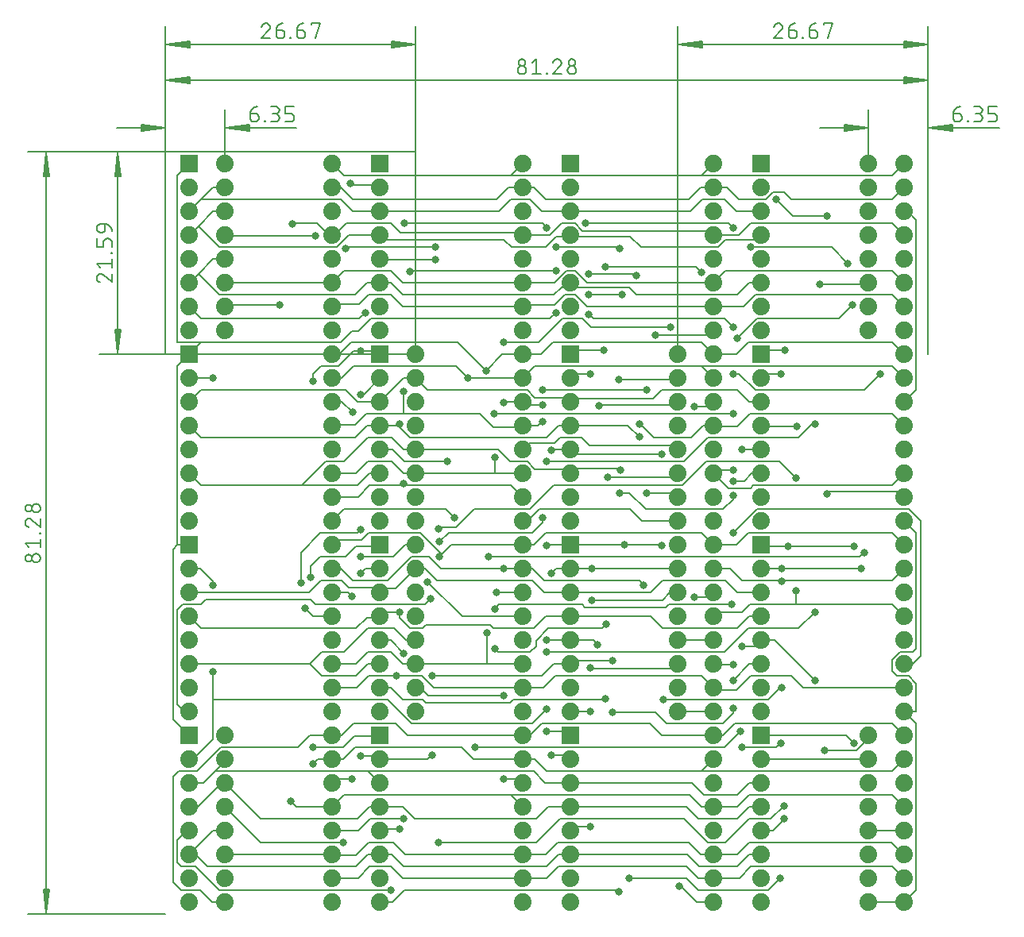
<source format=gbr>
G04 EAGLE Gerber RS-274X export*
G75*
%MOMM*%
%FSLAX34Y34*%
%LPD*%
%INTop Copper*%
%IPPOS*%
%AMOC8*
5,1,8,0,0,1.08239X$1,22.5*%
G01*
%ADD10C,0.130000*%
%ADD11C,0.152400*%
%ADD12C,1.879600*%
%ADD13R,1.879600X1.879600*%
%ADD14C,0.203200*%
%ADD15C,0.808000*%


D10*
X0Y812800D02*
X0Y908500D01*
X812800Y908500D02*
X812800Y812800D01*
X812150Y889000D02*
X650Y889000D01*
X26000Y892192D01*
X26000Y885808D01*
X650Y889000D01*
X26000Y890300D01*
X26000Y887700D02*
X650Y889000D01*
X26000Y891600D01*
X26000Y886400D02*
X650Y889000D01*
X786800Y892192D02*
X812150Y889000D01*
X786800Y892192D02*
X786800Y885808D01*
X812150Y889000D01*
X786800Y890300D01*
X786800Y887700D02*
X812150Y889000D01*
X786800Y891600D01*
X786800Y886400D02*
X812150Y889000D01*
D11*
X384284Y900023D02*
X384282Y900156D01*
X384276Y900288D01*
X384266Y900420D01*
X384253Y900552D01*
X384235Y900684D01*
X384214Y900814D01*
X384189Y900945D01*
X384160Y901074D01*
X384127Y901202D01*
X384091Y901330D01*
X384051Y901456D01*
X384007Y901581D01*
X383959Y901705D01*
X383908Y901827D01*
X383853Y901948D01*
X383795Y902067D01*
X383733Y902185D01*
X383668Y902300D01*
X383599Y902414D01*
X383528Y902525D01*
X383452Y902634D01*
X383374Y902741D01*
X383293Y902846D01*
X383208Y902948D01*
X383121Y903048D01*
X383031Y903145D01*
X382938Y903240D01*
X382842Y903331D01*
X382744Y903420D01*
X382643Y903506D01*
X382539Y903589D01*
X382433Y903669D01*
X382325Y903745D01*
X382215Y903819D01*
X382102Y903889D01*
X381988Y903956D01*
X381871Y904019D01*
X381753Y904079D01*
X381633Y904136D01*
X381511Y904189D01*
X381388Y904238D01*
X381264Y904284D01*
X381138Y904326D01*
X381011Y904364D01*
X380883Y904399D01*
X380754Y904430D01*
X380625Y904457D01*
X380494Y904480D01*
X380363Y904500D01*
X380231Y904515D01*
X380099Y904527D01*
X379967Y904535D01*
X379834Y904539D01*
X379702Y904539D01*
X379569Y904535D01*
X379437Y904527D01*
X379305Y904515D01*
X379173Y904500D01*
X379042Y904480D01*
X378911Y904457D01*
X378782Y904430D01*
X378653Y904399D01*
X378525Y904364D01*
X378398Y904326D01*
X378272Y904284D01*
X378148Y904238D01*
X378025Y904189D01*
X377903Y904136D01*
X377783Y904079D01*
X377665Y904019D01*
X377548Y903956D01*
X377434Y903889D01*
X377321Y903819D01*
X377211Y903745D01*
X377103Y903669D01*
X376997Y903589D01*
X376893Y903506D01*
X376792Y903420D01*
X376694Y903331D01*
X376598Y903240D01*
X376505Y903145D01*
X376415Y903048D01*
X376328Y902948D01*
X376243Y902846D01*
X376162Y902741D01*
X376084Y902634D01*
X376008Y902525D01*
X375937Y902414D01*
X375868Y902300D01*
X375803Y902185D01*
X375741Y902067D01*
X375683Y901948D01*
X375628Y901827D01*
X375577Y901705D01*
X375529Y901581D01*
X375485Y901456D01*
X375445Y901330D01*
X375409Y901202D01*
X375376Y901074D01*
X375347Y900945D01*
X375322Y900814D01*
X375301Y900684D01*
X375283Y900552D01*
X375270Y900420D01*
X375260Y900288D01*
X375254Y900156D01*
X375252Y900023D01*
X375254Y899890D01*
X375260Y899758D01*
X375270Y899626D01*
X375283Y899494D01*
X375301Y899362D01*
X375322Y899232D01*
X375347Y899101D01*
X375376Y898972D01*
X375409Y898844D01*
X375445Y898716D01*
X375485Y898590D01*
X375529Y898465D01*
X375577Y898341D01*
X375628Y898219D01*
X375683Y898098D01*
X375741Y897979D01*
X375803Y897861D01*
X375868Y897746D01*
X375937Y897632D01*
X376008Y897521D01*
X376084Y897412D01*
X376162Y897305D01*
X376243Y897200D01*
X376328Y897098D01*
X376415Y896998D01*
X376505Y896901D01*
X376598Y896806D01*
X376694Y896715D01*
X376792Y896626D01*
X376893Y896540D01*
X376997Y896457D01*
X377103Y896377D01*
X377211Y896301D01*
X377321Y896227D01*
X377434Y896157D01*
X377548Y896090D01*
X377665Y896027D01*
X377783Y895967D01*
X377903Y895910D01*
X378025Y895857D01*
X378148Y895808D01*
X378272Y895762D01*
X378398Y895720D01*
X378525Y895682D01*
X378653Y895647D01*
X378782Y895616D01*
X378911Y895589D01*
X379042Y895566D01*
X379173Y895546D01*
X379305Y895531D01*
X379437Y895519D01*
X379569Y895511D01*
X379702Y895507D01*
X379834Y895507D01*
X379967Y895511D01*
X380099Y895519D01*
X380231Y895531D01*
X380363Y895546D01*
X380494Y895566D01*
X380625Y895589D01*
X380754Y895616D01*
X380883Y895647D01*
X381011Y895682D01*
X381138Y895720D01*
X381264Y895762D01*
X381388Y895808D01*
X381511Y895857D01*
X381633Y895910D01*
X381753Y895967D01*
X381871Y896027D01*
X381988Y896090D01*
X382102Y896157D01*
X382215Y896227D01*
X382325Y896301D01*
X382433Y896377D01*
X382539Y896457D01*
X382643Y896540D01*
X382744Y896626D01*
X382842Y896715D01*
X382938Y896806D01*
X383031Y896901D01*
X383121Y896998D01*
X383208Y897098D01*
X383293Y897200D01*
X383374Y897305D01*
X383452Y897412D01*
X383528Y897521D01*
X383599Y897632D01*
X383668Y897746D01*
X383733Y897861D01*
X383795Y897979D01*
X383853Y898098D01*
X383908Y898219D01*
X383959Y898341D01*
X384007Y898465D01*
X384051Y898590D01*
X384091Y898716D01*
X384127Y898844D01*
X384160Y898972D01*
X384189Y899101D01*
X384214Y899232D01*
X384235Y899362D01*
X384253Y899494D01*
X384266Y899626D01*
X384276Y899758D01*
X384282Y899890D01*
X384284Y900023D01*
X383380Y908151D02*
X383378Y908270D01*
X383372Y908390D01*
X383362Y908509D01*
X383348Y908627D01*
X383331Y908746D01*
X383309Y908863D01*
X383284Y908980D01*
X383254Y909095D01*
X383221Y909210D01*
X383184Y909324D01*
X383144Y909436D01*
X383099Y909547D01*
X383051Y909656D01*
X383000Y909764D01*
X382945Y909870D01*
X382886Y909974D01*
X382824Y910076D01*
X382759Y910176D01*
X382690Y910274D01*
X382618Y910370D01*
X382543Y910463D01*
X382466Y910553D01*
X382385Y910641D01*
X382301Y910726D01*
X382214Y910808D01*
X382125Y910888D01*
X382033Y910964D01*
X381939Y911038D01*
X381842Y911108D01*
X381744Y911175D01*
X381643Y911239D01*
X381539Y911299D01*
X381434Y911356D01*
X381327Y911409D01*
X381219Y911459D01*
X381109Y911505D01*
X380997Y911547D01*
X380884Y911586D01*
X380770Y911621D01*
X380655Y911652D01*
X380538Y911680D01*
X380421Y911703D01*
X380304Y911723D01*
X380185Y911739D01*
X380066Y911751D01*
X379947Y911759D01*
X379828Y911763D01*
X379708Y911763D01*
X379589Y911759D01*
X379470Y911751D01*
X379351Y911739D01*
X379232Y911723D01*
X379115Y911703D01*
X378998Y911680D01*
X378881Y911652D01*
X378766Y911621D01*
X378652Y911586D01*
X378539Y911547D01*
X378427Y911505D01*
X378317Y911459D01*
X378209Y911409D01*
X378102Y911356D01*
X377997Y911299D01*
X377893Y911239D01*
X377792Y911175D01*
X377694Y911108D01*
X377597Y911038D01*
X377503Y910964D01*
X377411Y910888D01*
X377322Y910808D01*
X377235Y910726D01*
X377151Y910641D01*
X377070Y910553D01*
X376993Y910463D01*
X376918Y910370D01*
X376846Y910274D01*
X376777Y910176D01*
X376712Y910076D01*
X376650Y909974D01*
X376591Y909870D01*
X376536Y909764D01*
X376485Y909656D01*
X376437Y909547D01*
X376392Y909436D01*
X376352Y909324D01*
X376315Y909210D01*
X376282Y909095D01*
X376252Y908980D01*
X376227Y908863D01*
X376205Y908746D01*
X376188Y908627D01*
X376174Y908509D01*
X376164Y908390D01*
X376158Y908270D01*
X376156Y908151D01*
X376158Y908032D01*
X376164Y907912D01*
X376174Y907793D01*
X376188Y907675D01*
X376205Y907556D01*
X376227Y907439D01*
X376252Y907322D01*
X376282Y907207D01*
X376315Y907092D01*
X376352Y906978D01*
X376392Y906866D01*
X376437Y906755D01*
X376485Y906646D01*
X376536Y906538D01*
X376591Y906432D01*
X376650Y906328D01*
X376712Y906226D01*
X376777Y906126D01*
X376846Y906028D01*
X376918Y905932D01*
X376993Y905839D01*
X377070Y905749D01*
X377151Y905661D01*
X377235Y905576D01*
X377322Y905494D01*
X377411Y905414D01*
X377503Y905338D01*
X377597Y905264D01*
X377694Y905194D01*
X377792Y905127D01*
X377893Y905063D01*
X377997Y905003D01*
X378102Y904946D01*
X378209Y904893D01*
X378317Y904843D01*
X378427Y904797D01*
X378539Y904755D01*
X378652Y904716D01*
X378766Y904681D01*
X378881Y904650D01*
X378998Y904622D01*
X379115Y904599D01*
X379232Y904579D01*
X379351Y904563D01*
X379470Y904551D01*
X379589Y904543D01*
X379708Y904539D01*
X379828Y904539D01*
X379947Y904543D01*
X380066Y904551D01*
X380185Y904563D01*
X380304Y904579D01*
X380421Y904599D01*
X380538Y904622D01*
X380655Y904650D01*
X380770Y904681D01*
X380884Y904716D01*
X380997Y904755D01*
X381109Y904797D01*
X381219Y904843D01*
X381327Y904893D01*
X381434Y904946D01*
X381539Y905003D01*
X381643Y905063D01*
X381744Y905127D01*
X381842Y905194D01*
X381939Y905264D01*
X382033Y905338D01*
X382125Y905414D01*
X382214Y905494D01*
X382301Y905576D01*
X382385Y905661D01*
X382466Y905749D01*
X382543Y905839D01*
X382618Y905932D01*
X382690Y906028D01*
X382759Y906126D01*
X382824Y906226D01*
X382886Y906328D01*
X382945Y906432D01*
X383000Y906538D01*
X383051Y906646D01*
X383099Y906755D01*
X383144Y906866D01*
X383184Y906978D01*
X383221Y907092D01*
X383254Y907207D01*
X383284Y907322D01*
X383309Y907439D01*
X383331Y907556D01*
X383348Y907675D01*
X383362Y907793D01*
X383372Y907912D01*
X383378Y908032D01*
X383380Y908151D01*
X390883Y908151D02*
X395399Y911763D01*
X395399Y895507D01*
X399914Y895507D02*
X390883Y895507D01*
X405889Y895507D02*
X405889Y896410D01*
X406792Y896410D01*
X406792Y895507D01*
X405889Y895507D01*
X421798Y907699D02*
X421796Y907824D01*
X421790Y907949D01*
X421781Y908074D01*
X421767Y908198D01*
X421750Y908322D01*
X421729Y908446D01*
X421704Y908568D01*
X421675Y908690D01*
X421643Y908811D01*
X421607Y908931D01*
X421567Y909050D01*
X421524Y909167D01*
X421477Y909283D01*
X421426Y909398D01*
X421372Y909510D01*
X421314Y909622D01*
X421254Y909731D01*
X421189Y909838D01*
X421122Y909944D01*
X421051Y910047D01*
X420977Y910148D01*
X420900Y910247D01*
X420820Y910343D01*
X420737Y910437D01*
X420652Y910528D01*
X420563Y910617D01*
X420472Y910702D01*
X420378Y910785D01*
X420282Y910865D01*
X420183Y910942D01*
X420082Y911016D01*
X419979Y911087D01*
X419873Y911154D01*
X419766Y911219D01*
X419657Y911279D01*
X419545Y911337D01*
X419433Y911391D01*
X419318Y911442D01*
X419202Y911489D01*
X419085Y911532D01*
X418966Y911572D01*
X418846Y911608D01*
X418725Y911640D01*
X418603Y911669D01*
X418481Y911694D01*
X418357Y911715D01*
X418233Y911732D01*
X418109Y911746D01*
X417984Y911755D01*
X417859Y911761D01*
X417734Y911763D01*
X417591Y911761D01*
X417449Y911755D01*
X417306Y911745D01*
X417164Y911732D01*
X417023Y911714D01*
X416881Y911693D01*
X416741Y911668D01*
X416601Y911639D01*
X416462Y911606D01*
X416324Y911569D01*
X416187Y911529D01*
X416052Y911485D01*
X415917Y911437D01*
X415784Y911385D01*
X415652Y911330D01*
X415522Y911271D01*
X415394Y911209D01*
X415267Y911143D01*
X415142Y911074D01*
X415019Y911002D01*
X414899Y910926D01*
X414780Y910847D01*
X414663Y910764D01*
X414549Y910679D01*
X414437Y910590D01*
X414328Y910499D01*
X414221Y910404D01*
X414116Y910307D01*
X414015Y910206D01*
X413916Y910103D01*
X413820Y909998D01*
X413727Y909889D01*
X413637Y909778D01*
X413550Y909665D01*
X413466Y909550D01*
X413386Y909432D01*
X413308Y909312D01*
X413234Y909190D01*
X413164Y909066D01*
X413096Y908940D01*
X413033Y908812D01*
X412972Y908683D01*
X412915Y908552D01*
X412862Y908420D01*
X412813Y908286D01*
X412767Y908151D01*
X420443Y904538D02*
X420537Y904630D01*
X420627Y904724D01*
X420715Y904821D01*
X420800Y904921D01*
X420882Y905023D01*
X420961Y905128D01*
X421036Y905235D01*
X421108Y905344D01*
X421177Y905455D01*
X421243Y905569D01*
X421305Y905684D01*
X421364Y905801D01*
X421419Y905920D01*
X421470Y906040D01*
X421518Y906162D01*
X421563Y906285D01*
X421603Y906409D01*
X421640Y906535D01*
X421673Y906662D01*
X421702Y906789D01*
X421728Y906918D01*
X421749Y907047D01*
X421767Y907177D01*
X421780Y907307D01*
X421790Y907437D01*
X421796Y907568D01*
X421798Y907699D01*
X420443Y904538D02*
X412767Y895507D01*
X421798Y895507D01*
X428398Y900023D02*
X428400Y900156D01*
X428406Y900288D01*
X428416Y900420D01*
X428429Y900552D01*
X428447Y900684D01*
X428468Y900814D01*
X428493Y900945D01*
X428522Y901074D01*
X428555Y901202D01*
X428591Y901330D01*
X428631Y901456D01*
X428675Y901581D01*
X428723Y901705D01*
X428774Y901827D01*
X428829Y901948D01*
X428887Y902067D01*
X428949Y902185D01*
X429014Y902300D01*
X429083Y902414D01*
X429154Y902525D01*
X429230Y902634D01*
X429308Y902741D01*
X429389Y902846D01*
X429474Y902948D01*
X429561Y903048D01*
X429651Y903145D01*
X429744Y903240D01*
X429840Y903331D01*
X429938Y903420D01*
X430039Y903506D01*
X430143Y903589D01*
X430249Y903669D01*
X430357Y903745D01*
X430467Y903819D01*
X430580Y903889D01*
X430694Y903956D01*
X430811Y904019D01*
X430929Y904079D01*
X431049Y904136D01*
X431171Y904189D01*
X431294Y904238D01*
X431418Y904284D01*
X431544Y904326D01*
X431671Y904364D01*
X431799Y904399D01*
X431928Y904430D01*
X432057Y904457D01*
X432188Y904480D01*
X432319Y904500D01*
X432451Y904515D01*
X432583Y904527D01*
X432715Y904535D01*
X432848Y904539D01*
X432980Y904539D01*
X433113Y904535D01*
X433245Y904527D01*
X433377Y904515D01*
X433509Y904500D01*
X433640Y904480D01*
X433771Y904457D01*
X433900Y904430D01*
X434029Y904399D01*
X434157Y904364D01*
X434284Y904326D01*
X434410Y904284D01*
X434534Y904238D01*
X434657Y904189D01*
X434779Y904136D01*
X434899Y904079D01*
X435017Y904019D01*
X435134Y903956D01*
X435248Y903889D01*
X435361Y903819D01*
X435471Y903745D01*
X435579Y903669D01*
X435685Y903589D01*
X435789Y903506D01*
X435890Y903420D01*
X435988Y903331D01*
X436084Y903240D01*
X436177Y903145D01*
X436267Y903048D01*
X436354Y902948D01*
X436439Y902846D01*
X436520Y902741D01*
X436598Y902634D01*
X436674Y902525D01*
X436745Y902414D01*
X436814Y902300D01*
X436879Y902185D01*
X436941Y902067D01*
X436999Y901948D01*
X437054Y901827D01*
X437105Y901705D01*
X437153Y901581D01*
X437197Y901456D01*
X437237Y901330D01*
X437273Y901202D01*
X437306Y901074D01*
X437335Y900945D01*
X437360Y900814D01*
X437381Y900684D01*
X437399Y900552D01*
X437412Y900420D01*
X437422Y900288D01*
X437428Y900156D01*
X437430Y900023D01*
X437428Y899890D01*
X437422Y899758D01*
X437412Y899626D01*
X437399Y899494D01*
X437381Y899362D01*
X437360Y899232D01*
X437335Y899101D01*
X437306Y898972D01*
X437273Y898844D01*
X437237Y898716D01*
X437197Y898590D01*
X437153Y898465D01*
X437105Y898341D01*
X437054Y898219D01*
X436999Y898098D01*
X436941Y897979D01*
X436879Y897861D01*
X436814Y897746D01*
X436745Y897632D01*
X436674Y897521D01*
X436598Y897412D01*
X436520Y897305D01*
X436439Y897200D01*
X436354Y897098D01*
X436267Y896998D01*
X436177Y896901D01*
X436084Y896806D01*
X435988Y896715D01*
X435890Y896626D01*
X435789Y896540D01*
X435685Y896457D01*
X435579Y896377D01*
X435471Y896301D01*
X435361Y896227D01*
X435248Y896157D01*
X435134Y896090D01*
X435017Y896027D01*
X434899Y895967D01*
X434779Y895910D01*
X434657Y895857D01*
X434534Y895808D01*
X434410Y895762D01*
X434284Y895720D01*
X434157Y895682D01*
X434029Y895647D01*
X433900Y895616D01*
X433771Y895589D01*
X433640Y895566D01*
X433509Y895546D01*
X433377Y895531D01*
X433245Y895519D01*
X433113Y895511D01*
X432980Y895507D01*
X432848Y895507D01*
X432715Y895511D01*
X432583Y895519D01*
X432451Y895531D01*
X432319Y895546D01*
X432188Y895566D01*
X432057Y895589D01*
X431928Y895616D01*
X431799Y895647D01*
X431671Y895682D01*
X431544Y895720D01*
X431418Y895762D01*
X431294Y895808D01*
X431171Y895857D01*
X431049Y895910D01*
X430929Y895967D01*
X430811Y896027D01*
X430694Y896090D01*
X430580Y896157D01*
X430467Y896227D01*
X430357Y896301D01*
X430249Y896377D01*
X430143Y896457D01*
X430039Y896540D01*
X429938Y896626D01*
X429840Y896715D01*
X429744Y896806D01*
X429651Y896901D01*
X429561Y896998D01*
X429474Y897098D01*
X429389Y897200D01*
X429308Y897305D01*
X429230Y897412D01*
X429154Y897521D01*
X429083Y897632D01*
X429014Y897746D01*
X428949Y897861D01*
X428887Y897979D01*
X428829Y898098D01*
X428774Y898219D01*
X428723Y898341D01*
X428675Y898465D01*
X428631Y898590D01*
X428591Y898716D01*
X428555Y898844D01*
X428522Y898972D01*
X428493Y899101D01*
X428468Y899232D01*
X428447Y899362D01*
X428429Y899494D01*
X428416Y899626D01*
X428406Y899758D01*
X428400Y899890D01*
X428398Y900023D01*
X429302Y908151D02*
X429304Y908270D01*
X429310Y908390D01*
X429320Y908509D01*
X429334Y908627D01*
X429351Y908746D01*
X429373Y908863D01*
X429398Y908980D01*
X429428Y909095D01*
X429461Y909210D01*
X429498Y909324D01*
X429538Y909436D01*
X429583Y909547D01*
X429631Y909656D01*
X429682Y909764D01*
X429737Y909870D01*
X429796Y909974D01*
X429858Y910076D01*
X429923Y910176D01*
X429992Y910274D01*
X430064Y910370D01*
X430139Y910463D01*
X430216Y910553D01*
X430297Y910641D01*
X430381Y910726D01*
X430468Y910808D01*
X430557Y910888D01*
X430649Y910964D01*
X430743Y911038D01*
X430840Y911108D01*
X430938Y911175D01*
X431039Y911239D01*
X431143Y911299D01*
X431248Y911356D01*
X431355Y911409D01*
X431463Y911459D01*
X431573Y911505D01*
X431685Y911547D01*
X431798Y911586D01*
X431912Y911621D01*
X432027Y911652D01*
X432144Y911680D01*
X432261Y911703D01*
X432378Y911723D01*
X432497Y911739D01*
X432616Y911751D01*
X432735Y911759D01*
X432854Y911763D01*
X432974Y911763D01*
X433093Y911759D01*
X433212Y911751D01*
X433331Y911739D01*
X433450Y911723D01*
X433567Y911703D01*
X433684Y911680D01*
X433801Y911652D01*
X433916Y911621D01*
X434030Y911586D01*
X434143Y911547D01*
X434255Y911505D01*
X434365Y911459D01*
X434473Y911409D01*
X434580Y911356D01*
X434685Y911299D01*
X434789Y911239D01*
X434890Y911175D01*
X434988Y911108D01*
X435085Y911038D01*
X435179Y910964D01*
X435271Y910888D01*
X435360Y910808D01*
X435447Y910726D01*
X435531Y910641D01*
X435612Y910553D01*
X435689Y910463D01*
X435764Y910370D01*
X435836Y910274D01*
X435905Y910176D01*
X435970Y910076D01*
X436032Y909974D01*
X436091Y909870D01*
X436146Y909764D01*
X436197Y909656D01*
X436245Y909547D01*
X436290Y909436D01*
X436330Y909324D01*
X436367Y909210D01*
X436400Y909095D01*
X436430Y908980D01*
X436455Y908863D01*
X436477Y908746D01*
X436494Y908627D01*
X436508Y908509D01*
X436518Y908390D01*
X436524Y908270D01*
X436526Y908151D01*
X436524Y908032D01*
X436518Y907912D01*
X436508Y907793D01*
X436494Y907675D01*
X436477Y907556D01*
X436455Y907439D01*
X436430Y907322D01*
X436400Y907207D01*
X436367Y907092D01*
X436330Y906978D01*
X436290Y906866D01*
X436245Y906755D01*
X436197Y906646D01*
X436146Y906538D01*
X436091Y906432D01*
X436032Y906328D01*
X435970Y906226D01*
X435905Y906126D01*
X435836Y906028D01*
X435764Y905932D01*
X435689Y905839D01*
X435612Y905749D01*
X435531Y905661D01*
X435447Y905576D01*
X435360Y905494D01*
X435271Y905414D01*
X435179Y905338D01*
X435085Y905264D01*
X434988Y905194D01*
X434890Y905127D01*
X434789Y905063D01*
X434685Y905003D01*
X434580Y904946D01*
X434473Y904893D01*
X434365Y904843D01*
X434255Y904797D01*
X434143Y904755D01*
X434030Y904716D01*
X433916Y904681D01*
X433801Y904650D01*
X433684Y904622D01*
X433567Y904599D01*
X433450Y904579D01*
X433331Y904563D01*
X433212Y904551D01*
X433093Y904543D01*
X432974Y904539D01*
X432854Y904539D01*
X432735Y904543D01*
X432616Y904551D01*
X432497Y904563D01*
X432378Y904579D01*
X432261Y904599D01*
X432144Y904622D01*
X432027Y904650D01*
X431912Y904681D01*
X431798Y904716D01*
X431685Y904755D01*
X431573Y904797D01*
X431463Y904843D01*
X431355Y904893D01*
X431248Y904946D01*
X431143Y905003D01*
X431039Y905063D01*
X430938Y905127D01*
X430840Y905194D01*
X430743Y905264D01*
X430649Y905338D01*
X430557Y905414D01*
X430468Y905494D01*
X430381Y905576D01*
X430297Y905661D01*
X430216Y905749D01*
X430139Y905839D01*
X430064Y905932D01*
X429992Y906028D01*
X429923Y906126D01*
X429858Y906226D01*
X429796Y906328D01*
X429737Y906432D01*
X429682Y906538D01*
X429631Y906646D01*
X429583Y906755D01*
X429538Y906866D01*
X429498Y906978D01*
X429461Y907092D01*
X429428Y907207D01*
X429398Y907322D01*
X429373Y907439D01*
X429351Y907556D01*
X429334Y907675D01*
X429320Y907793D01*
X429310Y907912D01*
X429304Y908032D01*
X429302Y908151D01*
D10*
X0Y0D02*
X-146500Y0D01*
X-146500Y812800D02*
X0Y812800D01*
X-127000Y812150D02*
X-127000Y650D01*
X-130192Y26000D01*
X-123808Y26000D01*
X-127000Y650D01*
X-128300Y26000D01*
X-125700Y26000D02*
X-127000Y650D01*
X-129600Y26000D01*
X-124400Y26000D02*
X-127000Y650D01*
X-130192Y786800D02*
X-127000Y812150D01*
X-130192Y786800D02*
X-123808Y786800D01*
X-127000Y812150D01*
X-128300Y786800D01*
X-125700Y786800D02*
X-127000Y812150D01*
X-129600Y786800D01*
X-124400Y786800D02*
X-127000Y812150D01*
D11*
X-138023Y384284D02*
X-138156Y384282D01*
X-138288Y384276D01*
X-138420Y384266D01*
X-138552Y384253D01*
X-138684Y384235D01*
X-138814Y384214D01*
X-138945Y384189D01*
X-139074Y384160D01*
X-139202Y384127D01*
X-139330Y384091D01*
X-139456Y384051D01*
X-139581Y384007D01*
X-139705Y383959D01*
X-139827Y383908D01*
X-139948Y383853D01*
X-140067Y383795D01*
X-140185Y383733D01*
X-140300Y383668D01*
X-140414Y383599D01*
X-140525Y383528D01*
X-140634Y383452D01*
X-140741Y383374D01*
X-140846Y383293D01*
X-140948Y383208D01*
X-141048Y383121D01*
X-141145Y383031D01*
X-141240Y382938D01*
X-141331Y382842D01*
X-141420Y382744D01*
X-141506Y382643D01*
X-141589Y382539D01*
X-141669Y382433D01*
X-141745Y382325D01*
X-141819Y382215D01*
X-141889Y382102D01*
X-141956Y381988D01*
X-142019Y381871D01*
X-142079Y381753D01*
X-142136Y381633D01*
X-142189Y381511D01*
X-142238Y381388D01*
X-142284Y381264D01*
X-142326Y381138D01*
X-142364Y381011D01*
X-142399Y380883D01*
X-142430Y380754D01*
X-142457Y380625D01*
X-142480Y380494D01*
X-142500Y380363D01*
X-142515Y380231D01*
X-142527Y380099D01*
X-142535Y379967D01*
X-142539Y379834D01*
X-142539Y379702D01*
X-142535Y379569D01*
X-142527Y379437D01*
X-142515Y379305D01*
X-142500Y379173D01*
X-142480Y379042D01*
X-142457Y378911D01*
X-142430Y378782D01*
X-142399Y378653D01*
X-142364Y378525D01*
X-142326Y378398D01*
X-142284Y378272D01*
X-142238Y378148D01*
X-142189Y378025D01*
X-142136Y377903D01*
X-142079Y377783D01*
X-142019Y377665D01*
X-141956Y377548D01*
X-141889Y377434D01*
X-141819Y377321D01*
X-141745Y377211D01*
X-141669Y377103D01*
X-141589Y376997D01*
X-141506Y376893D01*
X-141420Y376792D01*
X-141331Y376694D01*
X-141240Y376598D01*
X-141145Y376505D01*
X-141048Y376415D01*
X-140948Y376328D01*
X-140846Y376243D01*
X-140741Y376162D01*
X-140634Y376084D01*
X-140525Y376008D01*
X-140414Y375937D01*
X-140300Y375868D01*
X-140185Y375803D01*
X-140067Y375741D01*
X-139948Y375683D01*
X-139827Y375628D01*
X-139705Y375577D01*
X-139581Y375529D01*
X-139456Y375485D01*
X-139330Y375445D01*
X-139202Y375409D01*
X-139074Y375376D01*
X-138945Y375347D01*
X-138814Y375322D01*
X-138684Y375301D01*
X-138552Y375283D01*
X-138420Y375270D01*
X-138288Y375260D01*
X-138156Y375254D01*
X-138023Y375252D01*
X-137890Y375254D01*
X-137758Y375260D01*
X-137626Y375270D01*
X-137494Y375283D01*
X-137362Y375301D01*
X-137232Y375322D01*
X-137101Y375347D01*
X-136972Y375376D01*
X-136844Y375409D01*
X-136716Y375445D01*
X-136590Y375485D01*
X-136465Y375529D01*
X-136341Y375577D01*
X-136219Y375628D01*
X-136098Y375683D01*
X-135979Y375741D01*
X-135861Y375803D01*
X-135746Y375868D01*
X-135632Y375937D01*
X-135521Y376008D01*
X-135412Y376084D01*
X-135305Y376162D01*
X-135200Y376243D01*
X-135098Y376328D01*
X-134998Y376415D01*
X-134901Y376505D01*
X-134806Y376598D01*
X-134715Y376694D01*
X-134626Y376792D01*
X-134540Y376893D01*
X-134457Y376997D01*
X-134377Y377103D01*
X-134301Y377211D01*
X-134227Y377321D01*
X-134157Y377434D01*
X-134090Y377548D01*
X-134027Y377665D01*
X-133967Y377783D01*
X-133910Y377903D01*
X-133857Y378025D01*
X-133808Y378148D01*
X-133762Y378272D01*
X-133720Y378398D01*
X-133682Y378525D01*
X-133647Y378653D01*
X-133616Y378782D01*
X-133589Y378911D01*
X-133566Y379042D01*
X-133546Y379173D01*
X-133531Y379305D01*
X-133519Y379437D01*
X-133511Y379569D01*
X-133507Y379702D01*
X-133507Y379834D01*
X-133511Y379967D01*
X-133519Y380099D01*
X-133531Y380231D01*
X-133546Y380363D01*
X-133566Y380494D01*
X-133589Y380625D01*
X-133616Y380754D01*
X-133647Y380883D01*
X-133682Y381011D01*
X-133720Y381138D01*
X-133762Y381264D01*
X-133808Y381388D01*
X-133857Y381511D01*
X-133910Y381633D01*
X-133967Y381753D01*
X-134027Y381871D01*
X-134090Y381988D01*
X-134157Y382102D01*
X-134227Y382215D01*
X-134301Y382325D01*
X-134377Y382433D01*
X-134457Y382539D01*
X-134540Y382643D01*
X-134626Y382744D01*
X-134715Y382842D01*
X-134806Y382938D01*
X-134901Y383031D01*
X-134998Y383121D01*
X-135098Y383208D01*
X-135200Y383293D01*
X-135305Y383374D01*
X-135412Y383452D01*
X-135521Y383528D01*
X-135632Y383599D01*
X-135746Y383668D01*
X-135861Y383733D01*
X-135979Y383795D01*
X-136098Y383853D01*
X-136219Y383908D01*
X-136341Y383959D01*
X-136465Y384007D01*
X-136590Y384051D01*
X-136716Y384091D01*
X-136844Y384127D01*
X-136972Y384160D01*
X-137101Y384189D01*
X-137232Y384214D01*
X-137362Y384235D01*
X-137494Y384253D01*
X-137626Y384266D01*
X-137758Y384276D01*
X-137890Y384282D01*
X-138023Y384284D01*
X-146151Y383380D02*
X-146270Y383378D01*
X-146390Y383372D01*
X-146509Y383362D01*
X-146627Y383348D01*
X-146746Y383331D01*
X-146863Y383309D01*
X-146980Y383284D01*
X-147095Y383254D01*
X-147210Y383221D01*
X-147324Y383184D01*
X-147436Y383144D01*
X-147547Y383099D01*
X-147656Y383051D01*
X-147764Y383000D01*
X-147870Y382945D01*
X-147974Y382886D01*
X-148076Y382824D01*
X-148176Y382759D01*
X-148274Y382690D01*
X-148370Y382618D01*
X-148463Y382543D01*
X-148553Y382466D01*
X-148641Y382385D01*
X-148726Y382301D01*
X-148808Y382214D01*
X-148888Y382125D01*
X-148964Y382033D01*
X-149038Y381939D01*
X-149108Y381842D01*
X-149175Y381744D01*
X-149239Y381643D01*
X-149299Y381539D01*
X-149356Y381434D01*
X-149409Y381327D01*
X-149459Y381219D01*
X-149505Y381109D01*
X-149547Y380997D01*
X-149586Y380884D01*
X-149621Y380770D01*
X-149652Y380655D01*
X-149680Y380538D01*
X-149703Y380421D01*
X-149723Y380304D01*
X-149739Y380185D01*
X-149751Y380066D01*
X-149759Y379947D01*
X-149763Y379828D01*
X-149763Y379708D01*
X-149759Y379589D01*
X-149751Y379470D01*
X-149739Y379351D01*
X-149723Y379232D01*
X-149703Y379115D01*
X-149680Y378998D01*
X-149652Y378881D01*
X-149621Y378766D01*
X-149586Y378652D01*
X-149547Y378539D01*
X-149505Y378427D01*
X-149459Y378317D01*
X-149409Y378209D01*
X-149356Y378102D01*
X-149299Y377997D01*
X-149239Y377893D01*
X-149175Y377792D01*
X-149108Y377694D01*
X-149038Y377597D01*
X-148964Y377503D01*
X-148888Y377411D01*
X-148808Y377322D01*
X-148726Y377235D01*
X-148641Y377151D01*
X-148553Y377070D01*
X-148463Y376993D01*
X-148370Y376918D01*
X-148274Y376846D01*
X-148176Y376777D01*
X-148076Y376712D01*
X-147974Y376650D01*
X-147870Y376591D01*
X-147764Y376536D01*
X-147656Y376485D01*
X-147547Y376437D01*
X-147436Y376392D01*
X-147324Y376352D01*
X-147210Y376315D01*
X-147095Y376282D01*
X-146980Y376252D01*
X-146863Y376227D01*
X-146746Y376205D01*
X-146627Y376188D01*
X-146509Y376174D01*
X-146390Y376164D01*
X-146270Y376158D01*
X-146151Y376156D01*
X-146032Y376158D01*
X-145912Y376164D01*
X-145793Y376174D01*
X-145675Y376188D01*
X-145556Y376205D01*
X-145439Y376227D01*
X-145322Y376252D01*
X-145207Y376282D01*
X-145092Y376315D01*
X-144978Y376352D01*
X-144866Y376392D01*
X-144755Y376437D01*
X-144646Y376485D01*
X-144538Y376536D01*
X-144432Y376591D01*
X-144328Y376650D01*
X-144226Y376712D01*
X-144126Y376777D01*
X-144028Y376846D01*
X-143932Y376918D01*
X-143839Y376993D01*
X-143749Y377070D01*
X-143661Y377151D01*
X-143576Y377235D01*
X-143494Y377322D01*
X-143414Y377411D01*
X-143338Y377503D01*
X-143264Y377597D01*
X-143194Y377694D01*
X-143127Y377792D01*
X-143063Y377893D01*
X-143003Y377997D01*
X-142946Y378102D01*
X-142893Y378209D01*
X-142843Y378317D01*
X-142797Y378427D01*
X-142755Y378539D01*
X-142716Y378652D01*
X-142681Y378766D01*
X-142650Y378881D01*
X-142622Y378998D01*
X-142599Y379115D01*
X-142579Y379232D01*
X-142563Y379351D01*
X-142551Y379470D01*
X-142543Y379589D01*
X-142539Y379708D01*
X-142539Y379828D01*
X-142543Y379947D01*
X-142551Y380066D01*
X-142563Y380185D01*
X-142579Y380304D01*
X-142599Y380421D01*
X-142622Y380538D01*
X-142650Y380655D01*
X-142681Y380770D01*
X-142716Y380884D01*
X-142755Y380997D01*
X-142797Y381109D01*
X-142843Y381219D01*
X-142893Y381327D01*
X-142946Y381434D01*
X-143003Y381539D01*
X-143063Y381643D01*
X-143127Y381744D01*
X-143194Y381842D01*
X-143264Y381939D01*
X-143338Y382033D01*
X-143414Y382125D01*
X-143494Y382214D01*
X-143576Y382301D01*
X-143661Y382385D01*
X-143749Y382466D01*
X-143839Y382543D01*
X-143932Y382618D01*
X-144028Y382690D01*
X-144126Y382759D01*
X-144226Y382824D01*
X-144328Y382886D01*
X-144432Y382945D01*
X-144538Y383000D01*
X-144646Y383051D01*
X-144755Y383099D01*
X-144866Y383144D01*
X-144978Y383184D01*
X-145092Y383221D01*
X-145207Y383254D01*
X-145322Y383284D01*
X-145439Y383309D01*
X-145556Y383331D01*
X-145675Y383348D01*
X-145793Y383362D01*
X-145912Y383372D01*
X-146032Y383378D01*
X-146151Y383380D01*
X-146151Y390883D02*
X-149763Y395399D01*
X-133507Y395399D01*
X-133507Y399914D02*
X-133507Y390883D01*
X-133507Y405889D02*
X-134410Y405889D01*
X-134410Y406792D01*
X-133507Y406792D01*
X-133507Y405889D01*
X-145699Y421798D02*
X-145824Y421796D01*
X-145949Y421790D01*
X-146074Y421781D01*
X-146198Y421767D01*
X-146322Y421750D01*
X-146446Y421729D01*
X-146568Y421704D01*
X-146690Y421675D01*
X-146811Y421643D01*
X-146931Y421607D01*
X-147050Y421567D01*
X-147167Y421524D01*
X-147283Y421477D01*
X-147398Y421426D01*
X-147510Y421372D01*
X-147622Y421314D01*
X-147731Y421254D01*
X-147838Y421189D01*
X-147944Y421122D01*
X-148047Y421051D01*
X-148148Y420977D01*
X-148247Y420900D01*
X-148343Y420820D01*
X-148437Y420737D01*
X-148528Y420652D01*
X-148617Y420563D01*
X-148702Y420472D01*
X-148785Y420378D01*
X-148865Y420282D01*
X-148942Y420183D01*
X-149016Y420082D01*
X-149087Y419979D01*
X-149154Y419873D01*
X-149219Y419766D01*
X-149279Y419657D01*
X-149337Y419545D01*
X-149391Y419433D01*
X-149442Y419318D01*
X-149489Y419202D01*
X-149532Y419085D01*
X-149572Y418966D01*
X-149608Y418846D01*
X-149640Y418725D01*
X-149669Y418603D01*
X-149694Y418481D01*
X-149715Y418357D01*
X-149732Y418233D01*
X-149746Y418109D01*
X-149755Y417984D01*
X-149761Y417859D01*
X-149763Y417734D01*
X-149761Y417591D01*
X-149755Y417449D01*
X-149745Y417306D01*
X-149732Y417164D01*
X-149714Y417023D01*
X-149693Y416881D01*
X-149668Y416741D01*
X-149639Y416601D01*
X-149606Y416462D01*
X-149569Y416324D01*
X-149529Y416187D01*
X-149485Y416052D01*
X-149437Y415917D01*
X-149385Y415784D01*
X-149330Y415652D01*
X-149271Y415522D01*
X-149209Y415394D01*
X-149143Y415267D01*
X-149074Y415142D01*
X-149002Y415019D01*
X-148926Y414899D01*
X-148847Y414780D01*
X-148764Y414663D01*
X-148679Y414549D01*
X-148590Y414437D01*
X-148499Y414328D01*
X-148404Y414221D01*
X-148307Y414116D01*
X-148206Y414015D01*
X-148103Y413916D01*
X-147998Y413820D01*
X-147889Y413727D01*
X-147778Y413637D01*
X-147665Y413550D01*
X-147550Y413466D01*
X-147432Y413386D01*
X-147312Y413308D01*
X-147190Y413234D01*
X-147066Y413164D01*
X-146940Y413096D01*
X-146812Y413033D01*
X-146683Y412972D01*
X-146552Y412915D01*
X-146420Y412862D01*
X-146286Y412813D01*
X-146151Y412767D01*
X-142538Y420443D02*
X-142630Y420537D01*
X-142724Y420627D01*
X-142821Y420715D01*
X-142921Y420800D01*
X-143023Y420882D01*
X-143128Y420961D01*
X-143235Y421036D01*
X-143344Y421108D01*
X-143455Y421177D01*
X-143569Y421243D01*
X-143684Y421305D01*
X-143801Y421364D01*
X-143920Y421419D01*
X-144040Y421470D01*
X-144162Y421518D01*
X-144285Y421563D01*
X-144409Y421603D01*
X-144535Y421640D01*
X-144662Y421673D01*
X-144789Y421702D01*
X-144918Y421728D01*
X-145047Y421749D01*
X-145177Y421767D01*
X-145307Y421780D01*
X-145437Y421790D01*
X-145568Y421796D01*
X-145699Y421798D01*
X-142538Y420443D02*
X-133507Y412767D01*
X-133507Y421798D01*
X-138023Y428398D02*
X-138156Y428400D01*
X-138288Y428406D01*
X-138420Y428416D01*
X-138552Y428429D01*
X-138684Y428447D01*
X-138814Y428468D01*
X-138945Y428493D01*
X-139074Y428522D01*
X-139202Y428555D01*
X-139330Y428591D01*
X-139456Y428631D01*
X-139581Y428675D01*
X-139705Y428723D01*
X-139827Y428774D01*
X-139948Y428829D01*
X-140067Y428887D01*
X-140185Y428949D01*
X-140300Y429014D01*
X-140414Y429083D01*
X-140525Y429154D01*
X-140634Y429230D01*
X-140741Y429308D01*
X-140846Y429389D01*
X-140948Y429474D01*
X-141048Y429561D01*
X-141145Y429651D01*
X-141240Y429744D01*
X-141331Y429840D01*
X-141420Y429938D01*
X-141506Y430039D01*
X-141589Y430143D01*
X-141669Y430249D01*
X-141745Y430357D01*
X-141819Y430467D01*
X-141889Y430580D01*
X-141956Y430694D01*
X-142019Y430811D01*
X-142079Y430929D01*
X-142136Y431049D01*
X-142189Y431171D01*
X-142238Y431294D01*
X-142284Y431418D01*
X-142326Y431544D01*
X-142364Y431671D01*
X-142399Y431799D01*
X-142430Y431928D01*
X-142457Y432057D01*
X-142480Y432188D01*
X-142500Y432319D01*
X-142515Y432451D01*
X-142527Y432583D01*
X-142535Y432715D01*
X-142539Y432848D01*
X-142539Y432980D01*
X-142535Y433113D01*
X-142527Y433245D01*
X-142515Y433377D01*
X-142500Y433509D01*
X-142480Y433640D01*
X-142457Y433771D01*
X-142430Y433900D01*
X-142399Y434029D01*
X-142364Y434157D01*
X-142326Y434284D01*
X-142284Y434410D01*
X-142238Y434534D01*
X-142189Y434657D01*
X-142136Y434779D01*
X-142079Y434899D01*
X-142019Y435017D01*
X-141956Y435134D01*
X-141889Y435248D01*
X-141819Y435361D01*
X-141745Y435471D01*
X-141669Y435579D01*
X-141589Y435685D01*
X-141506Y435789D01*
X-141420Y435890D01*
X-141331Y435988D01*
X-141240Y436084D01*
X-141145Y436177D01*
X-141048Y436267D01*
X-140948Y436354D01*
X-140846Y436439D01*
X-140741Y436520D01*
X-140634Y436598D01*
X-140525Y436674D01*
X-140414Y436745D01*
X-140300Y436814D01*
X-140185Y436879D01*
X-140067Y436941D01*
X-139948Y436999D01*
X-139827Y437054D01*
X-139705Y437105D01*
X-139581Y437153D01*
X-139456Y437197D01*
X-139330Y437237D01*
X-139202Y437273D01*
X-139074Y437306D01*
X-138945Y437335D01*
X-138814Y437360D01*
X-138684Y437381D01*
X-138552Y437399D01*
X-138420Y437412D01*
X-138288Y437422D01*
X-138156Y437428D01*
X-138023Y437430D01*
X-137890Y437428D01*
X-137758Y437422D01*
X-137626Y437412D01*
X-137494Y437399D01*
X-137362Y437381D01*
X-137232Y437360D01*
X-137101Y437335D01*
X-136972Y437306D01*
X-136844Y437273D01*
X-136716Y437237D01*
X-136590Y437197D01*
X-136465Y437153D01*
X-136341Y437105D01*
X-136219Y437054D01*
X-136098Y436999D01*
X-135979Y436941D01*
X-135861Y436879D01*
X-135746Y436814D01*
X-135632Y436745D01*
X-135521Y436674D01*
X-135412Y436598D01*
X-135305Y436520D01*
X-135200Y436439D01*
X-135098Y436354D01*
X-134998Y436267D01*
X-134901Y436177D01*
X-134806Y436084D01*
X-134715Y435988D01*
X-134626Y435890D01*
X-134540Y435789D01*
X-134457Y435685D01*
X-134377Y435579D01*
X-134301Y435471D01*
X-134227Y435361D01*
X-134157Y435248D01*
X-134090Y435134D01*
X-134027Y435017D01*
X-133967Y434899D01*
X-133910Y434779D01*
X-133857Y434657D01*
X-133808Y434534D01*
X-133762Y434410D01*
X-133720Y434284D01*
X-133682Y434157D01*
X-133647Y434029D01*
X-133616Y433900D01*
X-133589Y433771D01*
X-133566Y433640D01*
X-133546Y433509D01*
X-133531Y433377D01*
X-133519Y433245D01*
X-133511Y433113D01*
X-133507Y432980D01*
X-133507Y432848D01*
X-133511Y432715D01*
X-133519Y432583D01*
X-133531Y432451D01*
X-133546Y432319D01*
X-133566Y432188D01*
X-133589Y432057D01*
X-133616Y431928D01*
X-133647Y431799D01*
X-133682Y431671D01*
X-133720Y431544D01*
X-133762Y431418D01*
X-133808Y431294D01*
X-133857Y431171D01*
X-133910Y431049D01*
X-133967Y430929D01*
X-134027Y430811D01*
X-134090Y430694D01*
X-134157Y430580D01*
X-134227Y430467D01*
X-134301Y430357D01*
X-134377Y430249D01*
X-134457Y430143D01*
X-134540Y430039D01*
X-134626Y429938D01*
X-134715Y429840D01*
X-134806Y429744D01*
X-134901Y429651D01*
X-134998Y429561D01*
X-135098Y429474D01*
X-135200Y429389D01*
X-135305Y429308D01*
X-135412Y429230D01*
X-135521Y429154D01*
X-135632Y429083D01*
X-135746Y429014D01*
X-135861Y428949D01*
X-135979Y428887D01*
X-136098Y428829D01*
X-136219Y428774D01*
X-136341Y428723D01*
X-136465Y428675D01*
X-136590Y428631D01*
X-136716Y428591D01*
X-136844Y428555D01*
X-136972Y428522D01*
X-137101Y428493D01*
X-137232Y428468D01*
X-137362Y428447D01*
X-137494Y428429D01*
X-137626Y428416D01*
X-137758Y428406D01*
X-137890Y428400D01*
X-138023Y428398D01*
X-146151Y429302D02*
X-146270Y429304D01*
X-146390Y429310D01*
X-146509Y429320D01*
X-146627Y429334D01*
X-146746Y429351D01*
X-146863Y429373D01*
X-146980Y429398D01*
X-147095Y429428D01*
X-147210Y429461D01*
X-147324Y429498D01*
X-147436Y429538D01*
X-147547Y429583D01*
X-147656Y429631D01*
X-147764Y429682D01*
X-147870Y429737D01*
X-147974Y429796D01*
X-148076Y429858D01*
X-148176Y429923D01*
X-148274Y429992D01*
X-148370Y430064D01*
X-148463Y430139D01*
X-148553Y430216D01*
X-148641Y430297D01*
X-148726Y430381D01*
X-148808Y430468D01*
X-148888Y430557D01*
X-148964Y430649D01*
X-149038Y430743D01*
X-149108Y430840D01*
X-149175Y430938D01*
X-149239Y431039D01*
X-149299Y431143D01*
X-149356Y431248D01*
X-149409Y431355D01*
X-149459Y431463D01*
X-149505Y431573D01*
X-149547Y431685D01*
X-149586Y431798D01*
X-149621Y431912D01*
X-149652Y432027D01*
X-149680Y432144D01*
X-149703Y432261D01*
X-149723Y432378D01*
X-149739Y432497D01*
X-149751Y432616D01*
X-149759Y432735D01*
X-149763Y432854D01*
X-149763Y432974D01*
X-149759Y433093D01*
X-149751Y433212D01*
X-149739Y433331D01*
X-149723Y433450D01*
X-149703Y433567D01*
X-149680Y433684D01*
X-149652Y433801D01*
X-149621Y433916D01*
X-149586Y434030D01*
X-149547Y434143D01*
X-149505Y434255D01*
X-149459Y434365D01*
X-149409Y434473D01*
X-149356Y434580D01*
X-149299Y434685D01*
X-149239Y434789D01*
X-149175Y434890D01*
X-149108Y434988D01*
X-149038Y435085D01*
X-148964Y435179D01*
X-148888Y435271D01*
X-148808Y435360D01*
X-148726Y435447D01*
X-148641Y435531D01*
X-148553Y435612D01*
X-148463Y435689D01*
X-148370Y435764D01*
X-148274Y435836D01*
X-148176Y435905D01*
X-148076Y435970D01*
X-147974Y436032D01*
X-147870Y436091D01*
X-147764Y436146D01*
X-147656Y436197D01*
X-147547Y436245D01*
X-147436Y436290D01*
X-147324Y436330D01*
X-147210Y436367D01*
X-147095Y436400D01*
X-146980Y436430D01*
X-146863Y436455D01*
X-146746Y436477D01*
X-146627Y436494D01*
X-146509Y436508D01*
X-146390Y436518D01*
X-146270Y436524D01*
X-146151Y436526D01*
X-146032Y436524D01*
X-145912Y436518D01*
X-145793Y436508D01*
X-145675Y436494D01*
X-145556Y436477D01*
X-145439Y436455D01*
X-145322Y436430D01*
X-145207Y436400D01*
X-145092Y436367D01*
X-144978Y436330D01*
X-144866Y436290D01*
X-144755Y436245D01*
X-144646Y436197D01*
X-144538Y436146D01*
X-144432Y436091D01*
X-144328Y436032D01*
X-144226Y435970D01*
X-144126Y435905D01*
X-144028Y435836D01*
X-143932Y435764D01*
X-143839Y435689D01*
X-143749Y435612D01*
X-143661Y435531D01*
X-143576Y435447D01*
X-143494Y435360D01*
X-143414Y435271D01*
X-143338Y435179D01*
X-143264Y435085D01*
X-143194Y434988D01*
X-143127Y434890D01*
X-143063Y434789D01*
X-143003Y434685D01*
X-142946Y434580D01*
X-142893Y434473D01*
X-142843Y434365D01*
X-142797Y434255D01*
X-142755Y434143D01*
X-142716Y434030D01*
X-142681Y433916D01*
X-142650Y433801D01*
X-142622Y433684D01*
X-142599Y433567D01*
X-142579Y433450D01*
X-142563Y433331D01*
X-142551Y433212D01*
X-142543Y433093D01*
X-142539Y432974D01*
X-142539Y432854D01*
X-142543Y432735D01*
X-142551Y432616D01*
X-142563Y432497D01*
X-142579Y432378D01*
X-142599Y432261D01*
X-142622Y432144D01*
X-142650Y432027D01*
X-142681Y431912D01*
X-142716Y431798D01*
X-142755Y431685D01*
X-142797Y431573D01*
X-142843Y431463D01*
X-142893Y431355D01*
X-142946Y431248D01*
X-143003Y431143D01*
X-143063Y431039D01*
X-143127Y430938D01*
X-143194Y430840D01*
X-143264Y430743D01*
X-143338Y430649D01*
X-143414Y430557D01*
X-143494Y430468D01*
X-143576Y430381D01*
X-143661Y430297D01*
X-143749Y430216D01*
X-143839Y430139D01*
X-143932Y430064D01*
X-144028Y429992D01*
X-144126Y429923D01*
X-144226Y429858D01*
X-144328Y429796D01*
X-144432Y429737D01*
X-144538Y429682D01*
X-144646Y429631D01*
X-144755Y429583D01*
X-144866Y429538D01*
X-144978Y429498D01*
X-145092Y429461D01*
X-145207Y429428D01*
X-145322Y429398D01*
X-145439Y429373D01*
X-145556Y429351D01*
X-145675Y429334D01*
X-145793Y429320D01*
X-145912Y429310D01*
X-146032Y429304D01*
X-146151Y429302D01*
D10*
X0Y800100D02*
X0Y857700D01*
X63500Y857700D02*
X63500Y800100D01*
X-650Y838200D02*
X-52000Y838200D01*
X64150Y838200D02*
X139128Y838200D01*
X-650Y838200D02*
X-26000Y841392D01*
X-26000Y835008D01*
X-650Y838200D01*
X-26000Y839500D01*
X-26000Y836900D02*
X-650Y838200D01*
X-26000Y840800D01*
X-26000Y835600D02*
X-650Y838200D01*
X64150Y838200D02*
X89500Y841392D01*
X89500Y835008D01*
X64150Y838200D01*
X89500Y839500D01*
X89500Y836900D02*
X64150Y838200D01*
X89500Y840800D01*
X89500Y835600D02*
X64150Y838200D01*
D11*
X90262Y853738D02*
X95681Y853738D01*
X95799Y853736D01*
X95917Y853730D01*
X96035Y853721D01*
X96152Y853707D01*
X96269Y853690D01*
X96386Y853669D01*
X96501Y853644D01*
X96616Y853615D01*
X96730Y853582D01*
X96842Y853546D01*
X96953Y853506D01*
X97063Y853463D01*
X97172Y853416D01*
X97279Y853366D01*
X97384Y853311D01*
X97487Y853254D01*
X97588Y853193D01*
X97688Y853129D01*
X97785Y853062D01*
X97880Y852992D01*
X97972Y852918D01*
X98063Y852842D01*
X98150Y852762D01*
X98235Y852680D01*
X98317Y852595D01*
X98397Y852508D01*
X98473Y852417D01*
X98547Y852325D01*
X98617Y852230D01*
X98684Y852133D01*
X98748Y852033D01*
X98809Y851932D01*
X98866Y851829D01*
X98921Y851724D01*
X98971Y851617D01*
X99018Y851508D01*
X99061Y851398D01*
X99101Y851287D01*
X99137Y851175D01*
X99170Y851061D01*
X99199Y850946D01*
X99224Y850831D01*
X99245Y850714D01*
X99262Y850597D01*
X99276Y850480D01*
X99285Y850362D01*
X99291Y850244D01*
X99293Y850126D01*
X99293Y849223D01*
X99294Y849223D02*
X99292Y849090D01*
X99286Y848958D01*
X99276Y848826D01*
X99263Y848694D01*
X99245Y848562D01*
X99224Y848432D01*
X99199Y848301D01*
X99170Y848172D01*
X99137Y848044D01*
X99101Y847916D01*
X99061Y847790D01*
X99017Y847665D01*
X98969Y847541D01*
X98918Y847419D01*
X98863Y847298D01*
X98805Y847179D01*
X98743Y847061D01*
X98678Y846946D01*
X98609Y846832D01*
X98538Y846721D01*
X98462Y846612D01*
X98384Y846505D01*
X98303Y846400D01*
X98218Y846298D01*
X98131Y846198D01*
X98041Y846101D01*
X97948Y846006D01*
X97852Y845915D01*
X97754Y845826D01*
X97653Y845740D01*
X97549Y845657D01*
X97443Y845577D01*
X97335Y845501D01*
X97225Y845427D01*
X97112Y845357D01*
X96998Y845290D01*
X96881Y845227D01*
X96763Y845167D01*
X96643Y845110D01*
X96521Y845057D01*
X96398Y845008D01*
X96274Y844962D01*
X96148Y844920D01*
X96021Y844882D01*
X95893Y844847D01*
X95764Y844816D01*
X95635Y844789D01*
X95504Y844766D01*
X95373Y844746D01*
X95241Y844731D01*
X95109Y844719D01*
X94977Y844711D01*
X94844Y844707D01*
X94712Y844707D01*
X94579Y844711D01*
X94447Y844719D01*
X94315Y844731D01*
X94183Y844746D01*
X94052Y844766D01*
X93921Y844789D01*
X93792Y844816D01*
X93663Y844847D01*
X93535Y844882D01*
X93408Y844920D01*
X93282Y844962D01*
X93158Y845008D01*
X93035Y845057D01*
X92913Y845110D01*
X92793Y845167D01*
X92675Y845227D01*
X92558Y845290D01*
X92444Y845357D01*
X92331Y845427D01*
X92221Y845501D01*
X92113Y845577D01*
X92007Y845657D01*
X91903Y845740D01*
X91802Y845826D01*
X91704Y845915D01*
X91608Y846006D01*
X91515Y846101D01*
X91425Y846198D01*
X91338Y846298D01*
X91253Y846400D01*
X91172Y846505D01*
X91094Y846612D01*
X91018Y846721D01*
X90947Y846832D01*
X90878Y846946D01*
X90813Y847061D01*
X90751Y847179D01*
X90693Y847298D01*
X90638Y847419D01*
X90587Y847541D01*
X90539Y847665D01*
X90495Y847790D01*
X90455Y847916D01*
X90419Y848044D01*
X90386Y848172D01*
X90357Y848301D01*
X90332Y848432D01*
X90311Y848562D01*
X90293Y848694D01*
X90280Y848826D01*
X90270Y848958D01*
X90264Y849090D01*
X90262Y849223D01*
X90262Y853738D01*
X90264Y853915D01*
X90271Y854093D01*
X90282Y854270D01*
X90297Y854446D01*
X90316Y854622D01*
X90340Y854798D01*
X90368Y854973D01*
X90401Y855148D01*
X90438Y855321D01*
X90479Y855494D01*
X90524Y855665D01*
X90573Y855835D01*
X90627Y856004D01*
X90684Y856172D01*
X90746Y856338D01*
X90812Y856503D01*
X90882Y856666D01*
X90956Y856827D01*
X91033Y856986D01*
X91115Y857144D01*
X91201Y857299D01*
X91290Y857452D01*
X91383Y857603D01*
X91480Y857752D01*
X91580Y857898D01*
X91684Y858042D01*
X91791Y858183D01*
X91902Y858321D01*
X92016Y858457D01*
X92134Y858590D01*
X92254Y858720D01*
X92378Y858847D01*
X92505Y858971D01*
X92635Y859091D01*
X92768Y859209D01*
X92903Y859323D01*
X93042Y859434D01*
X93183Y859541D01*
X93327Y859645D01*
X93473Y859745D01*
X93622Y859842D01*
X93773Y859935D01*
X93926Y860024D01*
X94081Y860110D01*
X94239Y860192D01*
X94398Y860269D01*
X94559Y860343D01*
X94722Y860413D01*
X94887Y860479D01*
X95053Y860541D01*
X95221Y860598D01*
X95390Y860652D01*
X95560Y860701D01*
X95731Y860746D01*
X95904Y860787D01*
X96077Y860824D01*
X96252Y860857D01*
X96427Y860885D01*
X96603Y860909D01*
X96779Y860928D01*
X96955Y860943D01*
X97132Y860954D01*
X97310Y860961D01*
X97487Y860963D01*
X105268Y845610D02*
X105268Y844707D01*
X105268Y845610D02*
X106171Y845610D01*
X106171Y844707D01*
X105268Y844707D01*
X112146Y844707D02*
X116661Y844707D01*
X116794Y844709D01*
X116926Y844715D01*
X117058Y844725D01*
X117190Y844738D01*
X117322Y844756D01*
X117452Y844777D01*
X117583Y844802D01*
X117712Y844831D01*
X117840Y844864D01*
X117968Y844900D01*
X118094Y844940D01*
X118219Y844984D01*
X118343Y845032D01*
X118465Y845083D01*
X118586Y845138D01*
X118705Y845196D01*
X118823Y845258D01*
X118938Y845323D01*
X119052Y845392D01*
X119163Y845463D01*
X119272Y845539D01*
X119379Y845617D01*
X119484Y845698D01*
X119586Y845783D01*
X119686Y845870D01*
X119783Y845960D01*
X119878Y846053D01*
X119969Y846149D01*
X120058Y846247D01*
X120144Y846348D01*
X120227Y846452D01*
X120307Y846558D01*
X120383Y846666D01*
X120457Y846776D01*
X120527Y846889D01*
X120594Y847003D01*
X120657Y847120D01*
X120717Y847238D01*
X120774Y847358D01*
X120827Y847480D01*
X120876Y847603D01*
X120922Y847727D01*
X120964Y847853D01*
X121002Y847980D01*
X121037Y848108D01*
X121068Y848237D01*
X121095Y848366D01*
X121118Y848497D01*
X121138Y848628D01*
X121153Y848760D01*
X121165Y848892D01*
X121173Y849024D01*
X121177Y849157D01*
X121177Y849289D01*
X121173Y849422D01*
X121165Y849554D01*
X121153Y849686D01*
X121138Y849818D01*
X121118Y849949D01*
X121095Y850080D01*
X121068Y850209D01*
X121037Y850338D01*
X121002Y850466D01*
X120964Y850593D01*
X120922Y850719D01*
X120876Y850843D01*
X120827Y850966D01*
X120774Y851088D01*
X120717Y851208D01*
X120657Y851326D01*
X120594Y851443D01*
X120527Y851557D01*
X120457Y851670D01*
X120383Y851780D01*
X120307Y851888D01*
X120227Y851994D01*
X120144Y852098D01*
X120058Y852199D01*
X119969Y852297D01*
X119878Y852393D01*
X119783Y852486D01*
X119686Y852576D01*
X119586Y852663D01*
X119484Y852748D01*
X119379Y852829D01*
X119272Y852907D01*
X119163Y852983D01*
X119052Y853054D01*
X118938Y853123D01*
X118823Y853188D01*
X118705Y853250D01*
X118586Y853308D01*
X118465Y853363D01*
X118343Y853414D01*
X118219Y853462D01*
X118094Y853506D01*
X117968Y853546D01*
X117840Y853582D01*
X117712Y853615D01*
X117583Y853644D01*
X117452Y853669D01*
X117322Y853690D01*
X117190Y853708D01*
X117058Y853721D01*
X116926Y853731D01*
X116794Y853737D01*
X116661Y853739D01*
X117564Y860963D02*
X112146Y860963D01*
X117564Y860963D02*
X117683Y860961D01*
X117803Y860955D01*
X117922Y860945D01*
X118040Y860931D01*
X118159Y860914D01*
X118276Y860892D01*
X118393Y860867D01*
X118508Y860837D01*
X118623Y860804D01*
X118737Y860767D01*
X118849Y860727D01*
X118960Y860682D01*
X119069Y860634D01*
X119177Y860583D01*
X119283Y860528D01*
X119387Y860469D01*
X119489Y860407D01*
X119589Y860342D01*
X119687Y860273D01*
X119783Y860201D01*
X119876Y860126D01*
X119966Y860049D01*
X120054Y859968D01*
X120139Y859884D01*
X120221Y859797D01*
X120301Y859708D01*
X120377Y859616D01*
X120451Y859522D01*
X120521Y859425D01*
X120588Y859327D01*
X120652Y859226D01*
X120712Y859122D01*
X120769Y859017D01*
X120822Y858910D01*
X120872Y858802D01*
X120918Y858692D01*
X120960Y858580D01*
X120999Y858467D01*
X121034Y858353D01*
X121065Y858238D01*
X121093Y858121D01*
X121116Y858004D01*
X121136Y857887D01*
X121152Y857768D01*
X121164Y857649D01*
X121172Y857530D01*
X121176Y857411D01*
X121176Y857291D01*
X121172Y857172D01*
X121164Y857053D01*
X121152Y856934D01*
X121136Y856815D01*
X121116Y856698D01*
X121093Y856581D01*
X121065Y856464D01*
X121034Y856349D01*
X120999Y856235D01*
X120960Y856122D01*
X120918Y856010D01*
X120872Y855900D01*
X120822Y855792D01*
X120769Y855685D01*
X120712Y855580D01*
X120652Y855476D01*
X120588Y855375D01*
X120521Y855277D01*
X120451Y855180D01*
X120377Y855086D01*
X120301Y854994D01*
X120221Y854905D01*
X120139Y854818D01*
X120054Y854734D01*
X119966Y854653D01*
X119876Y854576D01*
X119783Y854501D01*
X119687Y854429D01*
X119589Y854360D01*
X119489Y854295D01*
X119387Y854233D01*
X119283Y854174D01*
X119177Y854119D01*
X119069Y854068D01*
X118960Y854020D01*
X118849Y853975D01*
X118737Y853935D01*
X118623Y853898D01*
X118508Y853865D01*
X118393Y853835D01*
X118276Y853810D01*
X118159Y853788D01*
X118040Y853771D01*
X117922Y853757D01*
X117803Y853747D01*
X117683Y853741D01*
X117564Y853739D01*
X117564Y853738D02*
X113952Y853738D01*
X127777Y844707D02*
X133196Y844707D01*
X133314Y844709D01*
X133432Y844715D01*
X133550Y844724D01*
X133667Y844738D01*
X133784Y844755D01*
X133901Y844776D01*
X134016Y844801D01*
X134131Y844830D01*
X134245Y844863D01*
X134357Y844899D01*
X134468Y844939D01*
X134578Y844982D01*
X134687Y845029D01*
X134794Y845079D01*
X134899Y845134D01*
X135002Y845191D01*
X135103Y845252D01*
X135203Y845316D01*
X135300Y845383D01*
X135395Y845453D01*
X135487Y845527D01*
X135578Y845603D01*
X135665Y845683D01*
X135750Y845765D01*
X135832Y845850D01*
X135912Y845937D01*
X135988Y846028D01*
X136062Y846120D01*
X136132Y846215D01*
X136199Y846312D01*
X136263Y846412D01*
X136324Y846513D01*
X136381Y846616D01*
X136436Y846721D01*
X136486Y846828D01*
X136533Y846937D01*
X136576Y847047D01*
X136616Y847158D01*
X136652Y847270D01*
X136685Y847384D01*
X136714Y847499D01*
X136739Y847614D01*
X136760Y847731D01*
X136777Y847848D01*
X136791Y847965D01*
X136800Y848083D01*
X136806Y848201D01*
X136808Y848319D01*
X136808Y850126D01*
X136806Y850244D01*
X136800Y850362D01*
X136791Y850480D01*
X136777Y850597D01*
X136760Y850714D01*
X136739Y850831D01*
X136714Y850946D01*
X136685Y851061D01*
X136652Y851175D01*
X136616Y851287D01*
X136576Y851398D01*
X136533Y851508D01*
X136486Y851617D01*
X136436Y851724D01*
X136381Y851829D01*
X136324Y851932D01*
X136263Y852033D01*
X136199Y852133D01*
X136132Y852230D01*
X136062Y852325D01*
X135988Y852417D01*
X135912Y852508D01*
X135832Y852595D01*
X135750Y852680D01*
X135665Y852762D01*
X135578Y852842D01*
X135487Y852918D01*
X135395Y852992D01*
X135300Y853062D01*
X135203Y853129D01*
X135103Y853193D01*
X135002Y853254D01*
X134899Y853311D01*
X134794Y853366D01*
X134687Y853416D01*
X134578Y853463D01*
X134468Y853506D01*
X134357Y853546D01*
X134245Y853582D01*
X134131Y853615D01*
X134016Y853644D01*
X133901Y853669D01*
X133784Y853690D01*
X133667Y853707D01*
X133550Y853721D01*
X133432Y853730D01*
X133314Y853736D01*
X133196Y853738D01*
X127777Y853738D01*
X127777Y860963D01*
X136808Y860963D01*
D10*
X749300Y857700D02*
X749300Y800100D01*
X812800Y800100D02*
X812800Y857700D01*
X748650Y838200D02*
X697300Y838200D01*
X813450Y838200D02*
X888428Y838200D01*
X748650Y838200D02*
X723300Y841392D01*
X723300Y835008D01*
X748650Y838200D01*
X723300Y839500D01*
X723300Y836900D02*
X748650Y838200D01*
X723300Y840800D01*
X723300Y835600D02*
X748650Y838200D01*
X813450Y838200D02*
X838800Y841392D01*
X838800Y835008D01*
X813450Y838200D01*
X838800Y839500D01*
X838800Y836900D02*
X813450Y838200D01*
X838800Y840800D01*
X838800Y835600D02*
X813450Y838200D01*
D11*
X839562Y853738D02*
X844981Y853738D01*
X845099Y853736D01*
X845217Y853730D01*
X845335Y853721D01*
X845452Y853707D01*
X845569Y853690D01*
X845686Y853669D01*
X845801Y853644D01*
X845916Y853615D01*
X846030Y853582D01*
X846142Y853546D01*
X846253Y853506D01*
X846363Y853463D01*
X846472Y853416D01*
X846579Y853366D01*
X846684Y853311D01*
X846787Y853254D01*
X846888Y853193D01*
X846988Y853129D01*
X847085Y853062D01*
X847180Y852992D01*
X847272Y852918D01*
X847363Y852842D01*
X847450Y852762D01*
X847535Y852680D01*
X847617Y852595D01*
X847697Y852508D01*
X847773Y852417D01*
X847847Y852325D01*
X847917Y852230D01*
X847984Y852133D01*
X848048Y852033D01*
X848109Y851932D01*
X848166Y851829D01*
X848221Y851724D01*
X848271Y851617D01*
X848318Y851508D01*
X848361Y851398D01*
X848401Y851287D01*
X848437Y851175D01*
X848470Y851061D01*
X848499Y850946D01*
X848524Y850831D01*
X848545Y850714D01*
X848562Y850597D01*
X848576Y850480D01*
X848585Y850362D01*
X848591Y850244D01*
X848593Y850126D01*
X848593Y849223D01*
X848594Y849223D02*
X848592Y849090D01*
X848586Y848958D01*
X848576Y848826D01*
X848563Y848694D01*
X848545Y848562D01*
X848524Y848432D01*
X848499Y848301D01*
X848470Y848172D01*
X848437Y848044D01*
X848401Y847916D01*
X848361Y847790D01*
X848317Y847665D01*
X848269Y847541D01*
X848218Y847419D01*
X848163Y847298D01*
X848105Y847179D01*
X848043Y847061D01*
X847978Y846946D01*
X847909Y846832D01*
X847838Y846721D01*
X847762Y846612D01*
X847684Y846505D01*
X847603Y846400D01*
X847518Y846298D01*
X847431Y846198D01*
X847341Y846101D01*
X847248Y846006D01*
X847152Y845915D01*
X847054Y845826D01*
X846953Y845740D01*
X846849Y845657D01*
X846743Y845577D01*
X846635Y845501D01*
X846525Y845427D01*
X846412Y845357D01*
X846298Y845290D01*
X846181Y845227D01*
X846063Y845167D01*
X845943Y845110D01*
X845821Y845057D01*
X845698Y845008D01*
X845574Y844962D01*
X845448Y844920D01*
X845321Y844882D01*
X845193Y844847D01*
X845064Y844816D01*
X844935Y844789D01*
X844804Y844766D01*
X844673Y844746D01*
X844541Y844731D01*
X844409Y844719D01*
X844277Y844711D01*
X844144Y844707D01*
X844012Y844707D01*
X843879Y844711D01*
X843747Y844719D01*
X843615Y844731D01*
X843483Y844746D01*
X843352Y844766D01*
X843221Y844789D01*
X843092Y844816D01*
X842963Y844847D01*
X842835Y844882D01*
X842708Y844920D01*
X842582Y844962D01*
X842458Y845008D01*
X842335Y845057D01*
X842213Y845110D01*
X842093Y845167D01*
X841975Y845227D01*
X841858Y845290D01*
X841744Y845357D01*
X841631Y845427D01*
X841521Y845501D01*
X841413Y845577D01*
X841307Y845657D01*
X841203Y845740D01*
X841102Y845826D01*
X841004Y845915D01*
X840908Y846006D01*
X840815Y846101D01*
X840725Y846198D01*
X840638Y846298D01*
X840553Y846400D01*
X840472Y846505D01*
X840394Y846612D01*
X840318Y846721D01*
X840247Y846832D01*
X840178Y846946D01*
X840113Y847061D01*
X840051Y847179D01*
X839993Y847298D01*
X839938Y847419D01*
X839887Y847541D01*
X839839Y847665D01*
X839795Y847790D01*
X839755Y847916D01*
X839719Y848044D01*
X839686Y848172D01*
X839657Y848301D01*
X839632Y848432D01*
X839611Y848562D01*
X839593Y848694D01*
X839580Y848826D01*
X839570Y848958D01*
X839564Y849090D01*
X839562Y849223D01*
X839562Y853738D01*
X839564Y853915D01*
X839571Y854093D01*
X839582Y854270D01*
X839597Y854446D01*
X839616Y854622D01*
X839640Y854798D01*
X839668Y854973D01*
X839701Y855148D01*
X839738Y855321D01*
X839779Y855494D01*
X839824Y855665D01*
X839873Y855835D01*
X839927Y856004D01*
X839984Y856172D01*
X840046Y856338D01*
X840112Y856503D01*
X840182Y856666D01*
X840256Y856827D01*
X840333Y856986D01*
X840415Y857144D01*
X840501Y857299D01*
X840590Y857452D01*
X840683Y857603D01*
X840780Y857752D01*
X840880Y857898D01*
X840984Y858042D01*
X841091Y858183D01*
X841202Y858321D01*
X841316Y858457D01*
X841434Y858590D01*
X841554Y858720D01*
X841678Y858847D01*
X841805Y858971D01*
X841935Y859091D01*
X842068Y859209D01*
X842203Y859323D01*
X842342Y859434D01*
X842483Y859541D01*
X842627Y859645D01*
X842773Y859745D01*
X842922Y859842D01*
X843073Y859935D01*
X843226Y860024D01*
X843381Y860110D01*
X843539Y860192D01*
X843698Y860269D01*
X843859Y860343D01*
X844022Y860413D01*
X844187Y860479D01*
X844353Y860541D01*
X844521Y860598D01*
X844690Y860652D01*
X844860Y860701D01*
X845031Y860746D01*
X845204Y860787D01*
X845377Y860824D01*
X845552Y860857D01*
X845727Y860885D01*
X845903Y860909D01*
X846079Y860928D01*
X846255Y860943D01*
X846432Y860954D01*
X846610Y860961D01*
X846787Y860963D01*
X854568Y845610D02*
X854568Y844707D01*
X854568Y845610D02*
X855471Y845610D01*
X855471Y844707D01*
X854568Y844707D01*
X861446Y844707D02*
X865961Y844707D01*
X866094Y844709D01*
X866226Y844715D01*
X866358Y844725D01*
X866490Y844738D01*
X866622Y844756D01*
X866752Y844777D01*
X866883Y844802D01*
X867012Y844831D01*
X867140Y844864D01*
X867268Y844900D01*
X867394Y844940D01*
X867519Y844984D01*
X867643Y845032D01*
X867765Y845083D01*
X867886Y845138D01*
X868005Y845196D01*
X868123Y845258D01*
X868238Y845323D01*
X868352Y845392D01*
X868463Y845463D01*
X868572Y845539D01*
X868679Y845617D01*
X868784Y845698D01*
X868886Y845783D01*
X868986Y845870D01*
X869083Y845960D01*
X869178Y846053D01*
X869269Y846149D01*
X869358Y846247D01*
X869444Y846348D01*
X869527Y846452D01*
X869607Y846558D01*
X869683Y846666D01*
X869757Y846776D01*
X869827Y846889D01*
X869894Y847003D01*
X869957Y847120D01*
X870017Y847238D01*
X870074Y847358D01*
X870127Y847480D01*
X870176Y847603D01*
X870222Y847727D01*
X870264Y847853D01*
X870302Y847980D01*
X870337Y848108D01*
X870368Y848237D01*
X870395Y848366D01*
X870418Y848497D01*
X870438Y848628D01*
X870453Y848760D01*
X870465Y848892D01*
X870473Y849024D01*
X870477Y849157D01*
X870477Y849289D01*
X870473Y849422D01*
X870465Y849554D01*
X870453Y849686D01*
X870438Y849818D01*
X870418Y849949D01*
X870395Y850080D01*
X870368Y850209D01*
X870337Y850338D01*
X870302Y850466D01*
X870264Y850593D01*
X870222Y850719D01*
X870176Y850843D01*
X870127Y850966D01*
X870074Y851088D01*
X870017Y851208D01*
X869957Y851326D01*
X869894Y851443D01*
X869827Y851557D01*
X869757Y851670D01*
X869683Y851780D01*
X869607Y851888D01*
X869527Y851994D01*
X869444Y852098D01*
X869358Y852199D01*
X869269Y852297D01*
X869178Y852393D01*
X869083Y852486D01*
X868986Y852576D01*
X868886Y852663D01*
X868784Y852748D01*
X868679Y852829D01*
X868572Y852907D01*
X868463Y852983D01*
X868352Y853054D01*
X868238Y853123D01*
X868123Y853188D01*
X868005Y853250D01*
X867886Y853308D01*
X867765Y853363D01*
X867643Y853414D01*
X867519Y853462D01*
X867394Y853506D01*
X867268Y853546D01*
X867140Y853582D01*
X867012Y853615D01*
X866883Y853644D01*
X866752Y853669D01*
X866622Y853690D01*
X866490Y853708D01*
X866358Y853721D01*
X866226Y853731D01*
X866094Y853737D01*
X865961Y853739D01*
X866864Y860963D02*
X861446Y860963D01*
X866864Y860963D02*
X866983Y860961D01*
X867103Y860955D01*
X867222Y860945D01*
X867340Y860931D01*
X867459Y860914D01*
X867576Y860892D01*
X867693Y860867D01*
X867808Y860837D01*
X867923Y860804D01*
X868037Y860767D01*
X868149Y860727D01*
X868260Y860682D01*
X868369Y860634D01*
X868477Y860583D01*
X868583Y860528D01*
X868687Y860469D01*
X868789Y860407D01*
X868889Y860342D01*
X868987Y860273D01*
X869083Y860201D01*
X869176Y860126D01*
X869266Y860049D01*
X869354Y859968D01*
X869439Y859884D01*
X869521Y859797D01*
X869601Y859708D01*
X869677Y859616D01*
X869751Y859522D01*
X869821Y859425D01*
X869888Y859327D01*
X869952Y859226D01*
X870012Y859122D01*
X870069Y859017D01*
X870122Y858910D01*
X870172Y858802D01*
X870218Y858692D01*
X870260Y858580D01*
X870299Y858467D01*
X870334Y858353D01*
X870365Y858238D01*
X870393Y858121D01*
X870416Y858004D01*
X870436Y857887D01*
X870452Y857768D01*
X870464Y857649D01*
X870472Y857530D01*
X870476Y857411D01*
X870476Y857291D01*
X870472Y857172D01*
X870464Y857053D01*
X870452Y856934D01*
X870436Y856815D01*
X870416Y856698D01*
X870393Y856581D01*
X870365Y856464D01*
X870334Y856349D01*
X870299Y856235D01*
X870260Y856122D01*
X870218Y856010D01*
X870172Y855900D01*
X870122Y855792D01*
X870069Y855685D01*
X870012Y855580D01*
X869952Y855476D01*
X869888Y855375D01*
X869821Y855277D01*
X869751Y855180D01*
X869677Y855086D01*
X869601Y854994D01*
X869521Y854905D01*
X869439Y854818D01*
X869354Y854734D01*
X869266Y854653D01*
X869176Y854576D01*
X869083Y854501D01*
X868987Y854429D01*
X868889Y854360D01*
X868789Y854295D01*
X868687Y854233D01*
X868583Y854174D01*
X868477Y854119D01*
X868369Y854068D01*
X868260Y854020D01*
X868149Y853975D01*
X868037Y853935D01*
X867923Y853898D01*
X867808Y853865D01*
X867693Y853835D01*
X867576Y853810D01*
X867459Y853788D01*
X867340Y853771D01*
X867222Y853757D01*
X867103Y853747D01*
X866983Y853741D01*
X866864Y853739D01*
X866864Y853738D02*
X863252Y853738D01*
X877077Y844707D02*
X882496Y844707D01*
X882614Y844709D01*
X882732Y844715D01*
X882850Y844724D01*
X882967Y844738D01*
X883084Y844755D01*
X883201Y844776D01*
X883316Y844801D01*
X883431Y844830D01*
X883545Y844863D01*
X883657Y844899D01*
X883768Y844939D01*
X883878Y844982D01*
X883987Y845029D01*
X884094Y845079D01*
X884199Y845134D01*
X884302Y845191D01*
X884403Y845252D01*
X884503Y845316D01*
X884600Y845383D01*
X884695Y845453D01*
X884787Y845527D01*
X884878Y845603D01*
X884965Y845683D01*
X885050Y845765D01*
X885132Y845850D01*
X885212Y845937D01*
X885288Y846028D01*
X885362Y846120D01*
X885432Y846215D01*
X885499Y846312D01*
X885563Y846412D01*
X885624Y846513D01*
X885681Y846616D01*
X885736Y846721D01*
X885786Y846828D01*
X885833Y846937D01*
X885876Y847047D01*
X885916Y847158D01*
X885952Y847270D01*
X885985Y847384D01*
X886014Y847499D01*
X886039Y847614D01*
X886060Y847731D01*
X886077Y847848D01*
X886091Y847965D01*
X886100Y848083D01*
X886106Y848201D01*
X886108Y848319D01*
X886108Y850126D01*
X886106Y850244D01*
X886100Y850362D01*
X886091Y850480D01*
X886077Y850597D01*
X886060Y850714D01*
X886039Y850831D01*
X886014Y850946D01*
X885985Y851061D01*
X885952Y851175D01*
X885916Y851287D01*
X885876Y851398D01*
X885833Y851508D01*
X885786Y851617D01*
X885736Y851724D01*
X885681Y851829D01*
X885624Y851932D01*
X885563Y852033D01*
X885499Y852133D01*
X885432Y852230D01*
X885362Y852325D01*
X885288Y852417D01*
X885212Y852508D01*
X885132Y852595D01*
X885050Y852680D01*
X884965Y852762D01*
X884878Y852842D01*
X884787Y852918D01*
X884695Y852992D01*
X884600Y853062D01*
X884503Y853129D01*
X884403Y853193D01*
X884302Y853254D01*
X884199Y853311D01*
X884094Y853366D01*
X883987Y853416D01*
X883878Y853463D01*
X883768Y853506D01*
X883657Y853546D01*
X883545Y853582D01*
X883431Y853615D01*
X883316Y853644D01*
X883201Y853669D01*
X883084Y853690D01*
X882967Y853707D01*
X882850Y853721D01*
X882732Y853730D01*
X882614Y853736D01*
X882496Y853738D01*
X877077Y853738D01*
X877077Y860963D01*
X886108Y860963D01*
D10*
X266700Y946600D02*
X266700Y596900D01*
X0Y596900D02*
X0Y946600D01*
X650Y927100D02*
X266050Y927100D01*
X240700Y930292D01*
X240700Y923908D01*
X266050Y927100D01*
X240700Y928400D01*
X240700Y925800D02*
X266050Y927100D01*
X240700Y929700D01*
X240700Y924500D02*
X266050Y927100D01*
X26000Y930292D02*
X650Y927100D01*
X26000Y930292D02*
X26000Y923908D01*
X650Y927100D01*
X26000Y928400D01*
X26000Y925800D02*
X650Y927100D01*
X26000Y929700D01*
X26000Y924500D02*
X650Y927100D01*
D11*
X107169Y949863D02*
X107294Y949861D01*
X107419Y949855D01*
X107544Y949846D01*
X107668Y949832D01*
X107792Y949815D01*
X107916Y949794D01*
X108038Y949769D01*
X108160Y949740D01*
X108281Y949708D01*
X108401Y949672D01*
X108520Y949632D01*
X108637Y949589D01*
X108753Y949542D01*
X108868Y949491D01*
X108980Y949437D01*
X109092Y949379D01*
X109201Y949319D01*
X109308Y949254D01*
X109414Y949187D01*
X109517Y949116D01*
X109618Y949042D01*
X109717Y948965D01*
X109813Y948885D01*
X109907Y948802D01*
X109998Y948717D01*
X110087Y948628D01*
X110172Y948537D01*
X110255Y948443D01*
X110335Y948347D01*
X110412Y948248D01*
X110486Y948147D01*
X110557Y948044D01*
X110624Y947938D01*
X110689Y947831D01*
X110749Y947722D01*
X110807Y947610D01*
X110861Y947498D01*
X110912Y947383D01*
X110959Y947267D01*
X111002Y947150D01*
X111042Y947031D01*
X111078Y946911D01*
X111110Y946790D01*
X111139Y946668D01*
X111164Y946546D01*
X111185Y946422D01*
X111202Y946298D01*
X111216Y946174D01*
X111225Y946049D01*
X111231Y945924D01*
X111233Y945799D01*
X107169Y949863D02*
X107026Y949861D01*
X106884Y949855D01*
X106741Y949845D01*
X106599Y949832D01*
X106458Y949814D01*
X106316Y949793D01*
X106176Y949768D01*
X106036Y949739D01*
X105897Y949706D01*
X105759Y949669D01*
X105622Y949629D01*
X105487Y949585D01*
X105352Y949537D01*
X105219Y949485D01*
X105087Y949430D01*
X104957Y949371D01*
X104829Y949309D01*
X104702Y949243D01*
X104577Y949174D01*
X104454Y949102D01*
X104334Y949026D01*
X104215Y948947D01*
X104098Y948864D01*
X103984Y948779D01*
X103872Y948690D01*
X103763Y948599D01*
X103656Y948504D01*
X103551Y948407D01*
X103450Y948306D01*
X103351Y948203D01*
X103255Y948098D01*
X103162Y947989D01*
X103072Y947878D01*
X102985Y947765D01*
X102901Y947650D01*
X102821Y947532D01*
X102743Y947412D01*
X102669Y947290D01*
X102599Y947166D01*
X102531Y947040D01*
X102468Y946912D01*
X102407Y946783D01*
X102350Y946652D01*
X102297Y946520D01*
X102248Y946386D01*
X102202Y946251D01*
X109878Y942638D02*
X109972Y942730D01*
X110062Y942824D01*
X110150Y942921D01*
X110235Y943021D01*
X110317Y943123D01*
X110396Y943228D01*
X110471Y943335D01*
X110543Y943444D01*
X110612Y943555D01*
X110678Y943669D01*
X110740Y943784D01*
X110799Y943901D01*
X110854Y944020D01*
X110905Y944140D01*
X110953Y944262D01*
X110998Y944385D01*
X111038Y944509D01*
X111075Y944635D01*
X111108Y944762D01*
X111137Y944889D01*
X111163Y945018D01*
X111184Y945147D01*
X111202Y945277D01*
X111215Y945407D01*
X111225Y945537D01*
X111231Y945668D01*
X111233Y945799D01*
X109878Y942638D02*
X102202Y933607D01*
X111233Y933607D01*
X117833Y942638D02*
X123252Y942638D01*
X123370Y942636D01*
X123488Y942630D01*
X123606Y942621D01*
X123723Y942607D01*
X123840Y942590D01*
X123957Y942569D01*
X124072Y942544D01*
X124187Y942515D01*
X124301Y942482D01*
X124413Y942446D01*
X124524Y942406D01*
X124634Y942363D01*
X124743Y942316D01*
X124850Y942266D01*
X124955Y942211D01*
X125058Y942154D01*
X125159Y942093D01*
X125259Y942029D01*
X125356Y941962D01*
X125451Y941892D01*
X125543Y941818D01*
X125634Y941742D01*
X125721Y941662D01*
X125806Y941580D01*
X125888Y941495D01*
X125968Y941408D01*
X126044Y941317D01*
X126118Y941225D01*
X126188Y941130D01*
X126255Y941033D01*
X126319Y940933D01*
X126380Y940832D01*
X126437Y940729D01*
X126492Y940624D01*
X126542Y940517D01*
X126589Y940408D01*
X126632Y940298D01*
X126672Y940187D01*
X126708Y940075D01*
X126741Y939961D01*
X126770Y939846D01*
X126795Y939731D01*
X126816Y939614D01*
X126833Y939497D01*
X126847Y939380D01*
X126856Y939262D01*
X126862Y939144D01*
X126864Y939026D01*
X126864Y938123D01*
X126865Y938123D02*
X126863Y937990D01*
X126857Y937858D01*
X126847Y937726D01*
X126834Y937594D01*
X126816Y937462D01*
X126795Y937332D01*
X126770Y937201D01*
X126741Y937072D01*
X126708Y936944D01*
X126672Y936816D01*
X126632Y936690D01*
X126588Y936565D01*
X126540Y936441D01*
X126489Y936319D01*
X126434Y936198D01*
X126376Y936079D01*
X126314Y935961D01*
X126249Y935846D01*
X126180Y935732D01*
X126109Y935621D01*
X126033Y935512D01*
X125955Y935405D01*
X125874Y935300D01*
X125789Y935198D01*
X125702Y935098D01*
X125612Y935001D01*
X125519Y934906D01*
X125423Y934815D01*
X125325Y934726D01*
X125224Y934640D01*
X125120Y934557D01*
X125014Y934477D01*
X124906Y934401D01*
X124796Y934327D01*
X124683Y934257D01*
X124569Y934190D01*
X124452Y934127D01*
X124334Y934067D01*
X124214Y934010D01*
X124092Y933957D01*
X123969Y933908D01*
X123845Y933862D01*
X123719Y933820D01*
X123592Y933782D01*
X123464Y933747D01*
X123335Y933716D01*
X123206Y933689D01*
X123075Y933666D01*
X122944Y933646D01*
X122812Y933631D01*
X122680Y933619D01*
X122548Y933611D01*
X122415Y933607D01*
X122283Y933607D01*
X122150Y933611D01*
X122018Y933619D01*
X121886Y933631D01*
X121754Y933646D01*
X121623Y933666D01*
X121492Y933689D01*
X121363Y933716D01*
X121234Y933747D01*
X121106Y933782D01*
X120979Y933820D01*
X120853Y933862D01*
X120729Y933908D01*
X120606Y933957D01*
X120484Y934010D01*
X120364Y934067D01*
X120246Y934127D01*
X120129Y934190D01*
X120015Y934257D01*
X119902Y934327D01*
X119792Y934401D01*
X119684Y934477D01*
X119578Y934557D01*
X119474Y934640D01*
X119373Y934726D01*
X119275Y934815D01*
X119179Y934906D01*
X119086Y935001D01*
X118996Y935098D01*
X118909Y935198D01*
X118824Y935300D01*
X118743Y935405D01*
X118665Y935512D01*
X118589Y935621D01*
X118518Y935732D01*
X118449Y935846D01*
X118384Y935961D01*
X118322Y936079D01*
X118264Y936198D01*
X118209Y936319D01*
X118158Y936441D01*
X118110Y936565D01*
X118066Y936690D01*
X118026Y936816D01*
X117990Y936944D01*
X117957Y937072D01*
X117928Y937201D01*
X117903Y937332D01*
X117882Y937462D01*
X117864Y937594D01*
X117851Y937726D01*
X117841Y937858D01*
X117835Y937990D01*
X117833Y938123D01*
X117833Y942638D01*
X117835Y942815D01*
X117842Y942993D01*
X117853Y943170D01*
X117868Y943346D01*
X117887Y943522D01*
X117911Y943698D01*
X117939Y943873D01*
X117972Y944048D01*
X118009Y944221D01*
X118050Y944394D01*
X118095Y944565D01*
X118144Y944735D01*
X118198Y944904D01*
X118255Y945072D01*
X118317Y945238D01*
X118383Y945403D01*
X118453Y945566D01*
X118527Y945727D01*
X118604Y945886D01*
X118686Y946044D01*
X118772Y946199D01*
X118861Y946352D01*
X118954Y946503D01*
X119051Y946652D01*
X119151Y946798D01*
X119255Y946942D01*
X119362Y947083D01*
X119473Y947221D01*
X119587Y947357D01*
X119705Y947490D01*
X119825Y947620D01*
X119949Y947747D01*
X120076Y947871D01*
X120206Y947991D01*
X120339Y948109D01*
X120474Y948223D01*
X120613Y948334D01*
X120754Y948441D01*
X120898Y948545D01*
X121044Y948645D01*
X121193Y948742D01*
X121344Y948835D01*
X121497Y948924D01*
X121652Y949010D01*
X121810Y949092D01*
X121969Y949169D01*
X122130Y949243D01*
X122293Y949313D01*
X122458Y949379D01*
X122624Y949441D01*
X122792Y949498D01*
X122961Y949552D01*
X123131Y949601D01*
X123302Y949646D01*
X123475Y949687D01*
X123648Y949724D01*
X123823Y949757D01*
X123998Y949785D01*
X124174Y949809D01*
X124350Y949828D01*
X124526Y949843D01*
X124703Y949854D01*
X124881Y949861D01*
X125058Y949863D01*
X132839Y934510D02*
X132839Y933607D01*
X132839Y934510D02*
X133742Y934510D01*
X133742Y933607D01*
X132839Y933607D01*
X139717Y942638D02*
X145136Y942638D01*
X145254Y942636D01*
X145372Y942630D01*
X145490Y942621D01*
X145607Y942607D01*
X145724Y942590D01*
X145841Y942569D01*
X145956Y942544D01*
X146071Y942515D01*
X146185Y942482D01*
X146297Y942446D01*
X146408Y942406D01*
X146518Y942363D01*
X146627Y942316D01*
X146734Y942266D01*
X146839Y942211D01*
X146942Y942154D01*
X147043Y942093D01*
X147143Y942029D01*
X147240Y941962D01*
X147335Y941892D01*
X147427Y941818D01*
X147518Y941742D01*
X147605Y941662D01*
X147690Y941580D01*
X147772Y941495D01*
X147852Y941408D01*
X147928Y941317D01*
X148002Y941225D01*
X148072Y941130D01*
X148139Y941033D01*
X148203Y940933D01*
X148264Y940832D01*
X148321Y940729D01*
X148376Y940624D01*
X148426Y940517D01*
X148473Y940408D01*
X148516Y940298D01*
X148556Y940187D01*
X148592Y940075D01*
X148625Y939961D01*
X148654Y939846D01*
X148679Y939731D01*
X148700Y939614D01*
X148717Y939497D01*
X148731Y939380D01*
X148740Y939262D01*
X148746Y939144D01*
X148748Y939026D01*
X148748Y938123D01*
X148746Y937990D01*
X148740Y937858D01*
X148730Y937726D01*
X148717Y937594D01*
X148699Y937462D01*
X148678Y937332D01*
X148653Y937201D01*
X148624Y937072D01*
X148591Y936944D01*
X148555Y936816D01*
X148515Y936690D01*
X148471Y936565D01*
X148423Y936441D01*
X148372Y936319D01*
X148317Y936198D01*
X148259Y936079D01*
X148197Y935961D01*
X148132Y935846D01*
X148063Y935732D01*
X147992Y935621D01*
X147916Y935512D01*
X147838Y935405D01*
X147757Y935300D01*
X147672Y935198D01*
X147585Y935098D01*
X147495Y935001D01*
X147402Y934906D01*
X147306Y934815D01*
X147208Y934726D01*
X147107Y934640D01*
X147003Y934557D01*
X146897Y934477D01*
X146789Y934401D01*
X146679Y934327D01*
X146566Y934257D01*
X146452Y934190D01*
X146335Y934127D01*
X146217Y934067D01*
X146097Y934010D01*
X145975Y933957D01*
X145852Y933908D01*
X145728Y933862D01*
X145602Y933820D01*
X145475Y933782D01*
X145347Y933747D01*
X145218Y933716D01*
X145089Y933689D01*
X144958Y933666D01*
X144827Y933646D01*
X144695Y933631D01*
X144563Y933619D01*
X144431Y933611D01*
X144298Y933607D01*
X144166Y933607D01*
X144033Y933611D01*
X143901Y933619D01*
X143769Y933631D01*
X143637Y933646D01*
X143506Y933666D01*
X143375Y933689D01*
X143246Y933716D01*
X143117Y933747D01*
X142989Y933782D01*
X142862Y933820D01*
X142736Y933862D01*
X142612Y933908D01*
X142489Y933957D01*
X142367Y934010D01*
X142247Y934067D01*
X142129Y934127D01*
X142012Y934190D01*
X141898Y934257D01*
X141785Y934327D01*
X141675Y934401D01*
X141567Y934477D01*
X141461Y934557D01*
X141357Y934640D01*
X141256Y934726D01*
X141158Y934815D01*
X141062Y934906D01*
X140969Y935001D01*
X140879Y935098D01*
X140792Y935198D01*
X140707Y935300D01*
X140626Y935405D01*
X140548Y935512D01*
X140472Y935621D01*
X140401Y935732D01*
X140332Y935846D01*
X140267Y935961D01*
X140205Y936079D01*
X140147Y936198D01*
X140092Y936319D01*
X140041Y936441D01*
X139993Y936565D01*
X139949Y936690D01*
X139909Y936816D01*
X139873Y936944D01*
X139840Y937072D01*
X139811Y937201D01*
X139786Y937332D01*
X139765Y937462D01*
X139747Y937594D01*
X139734Y937726D01*
X139724Y937858D01*
X139718Y937990D01*
X139716Y938123D01*
X139717Y938123D02*
X139717Y942638D01*
X139719Y942815D01*
X139726Y942993D01*
X139737Y943170D01*
X139752Y943346D01*
X139771Y943522D01*
X139795Y943698D01*
X139823Y943873D01*
X139856Y944048D01*
X139893Y944221D01*
X139934Y944394D01*
X139979Y944565D01*
X140028Y944735D01*
X140082Y944904D01*
X140139Y945072D01*
X140201Y945238D01*
X140267Y945403D01*
X140337Y945566D01*
X140411Y945727D01*
X140488Y945886D01*
X140570Y946044D01*
X140656Y946199D01*
X140745Y946352D01*
X140838Y946503D01*
X140935Y946652D01*
X141035Y946798D01*
X141139Y946942D01*
X141246Y947083D01*
X141357Y947221D01*
X141471Y947357D01*
X141589Y947490D01*
X141709Y947620D01*
X141833Y947747D01*
X141960Y947871D01*
X142090Y947991D01*
X142223Y948109D01*
X142358Y948223D01*
X142497Y948334D01*
X142638Y948441D01*
X142782Y948545D01*
X142928Y948645D01*
X143077Y948742D01*
X143228Y948835D01*
X143381Y948924D01*
X143536Y949010D01*
X143694Y949092D01*
X143853Y949169D01*
X144014Y949243D01*
X144177Y949313D01*
X144342Y949379D01*
X144508Y949441D01*
X144676Y949498D01*
X144845Y949552D01*
X145015Y949601D01*
X145186Y949646D01*
X145359Y949687D01*
X145532Y949724D01*
X145707Y949757D01*
X145882Y949785D01*
X146058Y949809D01*
X146234Y949828D01*
X146410Y949843D01*
X146587Y949854D01*
X146765Y949861D01*
X146942Y949863D01*
X155348Y949863D02*
X155348Y948057D01*
X155348Y949863D02*
X164379Y949863D01*
X159864Y933607D01*
D10*
X546100Y946600D02*
X546100Y596900D01*
X812800Y596900D02*
X812800Y946600D01*
X812150Y927100D02*
X546750Y927100D01*
X572100Y930292D01*
X572100Y923908D01*
X546750Y927100D01*
X572100Y928400D01*
X572100Y925800D02*
X546750Y927100D01*
X572100Y929700D01*
X572100Y924500D02*
X546750Y927100D01*
X786800Y930292D02*
X812150Y927100D01*
X786800Y930292D02*
X786800Y923908D01*
X812150Y927100D01*
X786800Y928400D01*
X786800Y925800D02*
X812150Y927100D01*
X786800Y929700D01*
X786800Y924500D02*
X812150Y927100D01*
D11*
X657333Y945799D02*
X657331Y945924D01*
X657325Y946049D01*
X657316Y946174D01*
X657302Y946298D01*
X657285Y946422D01*
X657264Y946546D01*
X657239Y946668D01*
X657210Y946790D01*
X657178Y946911D01*
X657142Y947031D01*
X657102Y947150D01*
X657059Y947267D01*
X657012Y947383D01*
X656961Y947498D01*
X656907Y947610D01*
X656849Y947722D01*
X656789Y947831D01*
X656724Y947938D01*
X656657Y948044D01*
X656586Y948147D01*
X656512Y948248D01*
X656435Y948347D01*
X656355Y948443D01*
X656272Y948537D01*
X656187Y948628D01*
X656098Y948717D01*
X656007Y948802D01*
X655913Y948885D01*
X655817Y948965D01*
X655718Y949042D01*
X655617Y949116D01*
X655514Y949187D01*
X655408Y949254D01*
X655301Y949319D01*
X655192Y949379D01*
X655080Y949437D01*
X654968Y949491D01*
X654853Y949542D01*
X654737Y949589D01*
X654620Y949632D01*
X654501Y949672D01*
X654381Y949708D01*
X654260Y949740D01*
X654138Y949769D01*
X654016Y949794D01*
X653892Y949815D01*
X653768Y949832D01*
X653644Y949846D01*
X653519Y949855D01*
X653394Y949861D01*
X653269Y949863D01*
X653126Y949861D01*
X652984Y949855D01*
X652841Y949845D01*
X652699Y949832D01*
X652558Y949814D01*
X652416Y949793D01*
X652276Y949768D01*
X652136Y949739D01*
X651997Y949706D01*
X651859Y949669D01*
X651722Y949629D01*
X651587Y949585D01*
X651452Y949537D01*
X651319Y949485D01*
X651187Y949430D01*
X651057Y949371D01*
X650929Y949309D01*
X650802Y949243D01*
X650677Y949174D01*
X650554Y949102D01*
X650434Y949026D01*
X650315Y948947D01*
X650198Y948864D01*
X650084Y948779D01*
X649972Y948690D01*
X649863Y948599D01*
X649756Y948504D01*
X649651Y948407D01*
X649550Y948306D01*
X649451Y948203D01*
X649355Y948098D01*
X649262Y947989D01*
X649172Y947878D01*
X649085Y947765D01*
X649001Y947650D01*
X648921Y947532D01*
X648843Y947412D01*
X648769Y947290D01*
X648699Y947166D01*
X648631Y947040D01*
X648568Y946912D01*
X648507Y946783D01*
X648450Y946652D01*
X648397Y946520D01*
X648348Y946386D01*
X648302Y946251D01*
X655978Y942638D02*
X656072Y942730D01*
X656162Y942824D01*
X656250Y942921D01*
X656335Y943021D01*
X656417Y943123D01*
X656496Y943228D01*
X656571Y943335D01*
X656643Y943444D01*
X656712Y943555D01*
X656778Y943669D01*
X656840Y943784D01*
X656899Y943901D01*
X656954Y944020D01*
X657005Y944140D01*
X657053Y944262D01*
X657098Y944385D01*
X657138Y944509D01*
X657175Y944635D01*
X657208Y944762D01*
X657237Y944889D01*
X657263Y945018D01*
X657284Y945147D01*
X657302Y945277D01*
X657315Y945407D01*
X657325Y945537D01*
X657331Y945668D01*
X657333Y945799D01*
X655978Y942638D02*
X648302Y933607D01*
X657333Y933607D01*
X663933Y942638D02*
X669352Y942638D01*
X669470Y942636D01*
X669588Y942630D01*
X669706Y942621D01*
X669823Y942607D01*
X669940Y942590D01*
X670057Y942569D01*
X670172Y942544D01*
X670287Y942515D01*
X670401Y942482D01*
X670513Y942446D01*
X670624Y942406D01*
X670734Y942363D01*
X670843Y942316D01*
X670950Y942266D01*
X671055Y942211D01*
X671158Y942154D01*
X671259Y942093D01*
X671359Y942029D01*
X671456Y941962D01*
X671551Y941892D01*
X671643Y941818D01*
X671734Y941742D01*
X671821Y941662D01*
X671906Y941580D01*
X671988Y941495D01*
X672068Y941408D01*
X672144Y941317D01*
X672218Y941225D01*
X672288Y941130D01*
X672355Y941033D01*
X672419Y940933D01*
X672480Y940832D01*
X672537Y940729D01*
X672592Y940624D01*
X672642Y940517D01*
X672689Y940408D01*
X672732Y940298D01*
X672772Y940187D01*
X672808Y940075D01*
X672841Y939961D01*
X672870Y939846D01*
X672895Y939731D01*
X672916Y939614D01*
X672933Y939497D01*
X672947Y939380D01*
X672956Y939262D01*
X672962Y939144D01*
X672964Y939026D01*
X672964Y938123D01*
X672965Y938123D02*
X672963Y937990D01*
X672957Y937858D01*
X672947Y937726D01*
X672934Y937594D01*
X672916Y937462D01*
X672895Y937332D01*
X672870Y937201D01*
X672841Y937072D01*
X672808Y936944D01*
X672772Y936816D01*
X672732Y936690D01*
X672688Y936565D01*
X672640Y936441D01*
X672589Y936319D01*
X672534Y936198D01*
X672476Y936079D01*
X672414Y935961D01*
X672349Y935846D01*
X672280Y935732D01*
X672209Y935621D01*
X672133Y935512D01*
X672055Y935405D01*
X671974Y935300D01*
X671889Y935198D01*
X671802Y935098D01*
X671712Y935001D01*
X671619Y934906D01*
X671523Y934815D01*
X671425Y934726D01*
X671324Y934640D01*
X671220Y934557D01*
X671114Y934477D01*
X671006Y934401D01*
X670896Y934327D01*
X670783Y934257D01*
X670669Y934190D01*
X670552Y934127D01*
X670434Y934067D01*
X670314Y934010D01*
X670192Y933957D01*
X670069Y933908D01*
X669945Y933862D01*
X669819Y933820D01*
X669692Y933782D01*
X669564Y933747D01*
X669435Y933716D01*
X669306Y933689D01*
X669175Y933666D01*
X669044Y933646D01*
X668912Y933631D01*
X668780Y933619D01*
X668648Y933611D01*
X668515Y933607D01*
X668383Y933607D01*
X668250Y933611D01*
X668118Y933619D01*
X667986Y933631D01*
X667854Y933646D01*
X667723Y933666D01*
X667592Y933689D01*
X667463Y933716D01*
X667334Y933747D01*
X667206Y933782D01*
X667079Y933820D01*
X666953Y933862D01*
X666829Y933908D01*
X666706Y933957D01*
X666584Y934010D01*
X666464Y934067D01*
X666346Y934127D01*
X666229Y934190D01*
X666115Y934257D01*
X666002Y934327D01*
X665892Y934401D01*
X665784Y934477D01*
X665678Y934557D01*
X665574Y934640D01*
X665473Y934726D01*
X665375Y934815D01*
X665279Y934906D01*
X665186Y935001D01*
X665096Y935098D01*
X665009Y935198D01*
X664924Y935300D01*
X664843Y935405D01*
X664765Y935512D01*
X664689Y935621D01*
X664618Y935732D01*
X664549Y935846D01*
X664484Y935961D01*
X664422Y936079D01*
X664364Y936198D01*
X664309Y936319D01*
X664258Y936441D01*
X664210Y936565D01*
X664166Y936690D01*
X664126Y936816D01*
X664090Y936944D01*
X664057Y937072D01*
X664028Y937201D01*
X664003Y937332D01*
X663982Y937462D01*
X663964Y937594D01*
X663951Y937726D01*
X663941Y937858D01*
X663935Y937990D01*
X663933Y938123D01*
X663933Y942638D01*
X663935Y942815D01*
X663942Y942993D01*
X663953Y943170D01*
X663968Y943346D01*
X663987Y943522D01*
X664011Y943698D01*
X664039Y943873D01*
X664072Y944048D01*
X664109Y944221D01*
X664150Y944394D01*
X664195Y944565D01*
X664244Y944735D01*
X664298Y944904D01*
X664355Y945072D01*
X664417Y945238D01*
X664483Y945403D01*
X664553Y945566D01*
X664627Y945727D01*
X664704Y945886D01*
X664786Y946044D01*
X664872Y946199D01*
X664961Y946352D01*
X665054Y946503D01*
X665151Y946652D01*
X665251Y946798D01*
X665355Y946942D01*
X665462Y947083D01*
X665573Y947221D01*
X665687Y947357D01*
X665805Y947490D01*
X665925Y947620D01*
X666049Y947747D01*
X666176Y947871D01*
X666306Y947991D01*
X666439Y948109D01*
X666574Y948223D01*
X666713Y948334D01*
X666854Y948441D01*
X666998Y948545D01*
X667144Y948645D01*
X667293Y948742D01*
X667444Y948835D01*
X667597Y948924D01*
X667752Y949010D01*
X667910Y949092D01*
X668069Y949169D01*
X668230Y949243D01*
X668393Y949313D01*
X668558Y949379D01*
X668724Y949441D01*
X668892Y949498D01*
X669061Y949552D01*
X669231Y949601D01*
X669402Y949646D01*
X669575Y949687D01*
X669748Y949724D01*
X669923Y949757D01*
X670098Y949785D01*
X670274Y949809D01*
X670450Y949828D01*
X670626Y949843D01*
X670803Y949854D01*
X670981Y949861D01*
X671158Y949863D01*
X678939Y934510D02*
X678939Y933607D01*
X678939Y934510D02*
X679842Y934510D01*
X679842Y933607D01*
X678939Y933607D01*
X685817Y942638D02*
X691236Y942638D01*
X691354Y942636D01*
X691472Y942630D01*
X691590Y942621D01*
X691707Y942607D01*
X691824Y942590D01*
X691941Y942569D01*
X692056Y942544D01*
X692171Y942515D01*
X692285Y942482D01*
X692397Y942446D01*
X692508Y942406D01*
X692618Y942363D01*
X692727Y942316D01*
X692834Y942266D01*
X692939Y942211D01*
X693042Y942154D01*
X693143Y942093D01*
X693243Y942029D01*
X693340Y941962D01*
X693435Y941892D01*
X693527Y941818D01*
X693618Y941742D01*
X693705Y941662D01*
X693790Y941580D01*
X693872Y941495D01*
X693952Y941408D01*
X694028Y941317D01*
X694102Y941225D01*
X694172Y941130D01*
X694239Y941033D01*
X694303Y940933D01*
X694364Y940832D01*
X694421Y940729D01*
X694476Y940624D01*
X694526Y940517D01*
X694573Y940408D01*
X694616Y940298D01*
X694656Y940187D01*
X694692Y940075D01*
X694725Y939961D01*
X694754Y939846D01*
X694779Y939731D01*
X694800Y939614D01*
X694817Y939497D01*
X694831Y939380D01*
X694840Y939262D01*
X694846Y939144D01*
X694848Y939026D01*
X694848Y938123D01*
X694846Y937990D01*
X694840Y937858D01*
X694830Y937726D01*
X694817Y937594D01*
X694799Y937462D01*
X694778Y937332D01*
X694753Y937201D01*
X694724Y937072D01*
X694691Y936944D01*
X694655Y936816D01*
X694615Y936690D01*
X694571Y936565D01*
X694523Y936441D01*
X694472Y936319D01*
X694417Y936198D01*
X694359Y936079D01*
X694297Y935961D01*
X694232Y935846D01*
X694163Y935732D01*
X694092Y935621D01*
X694016Y935512D01*
X693938Y935405D01*
X693857Y935300D01*
X693772Y935198D01*
X693685Y935098D01*
X693595Y935001D01*
X693502Y934906D01*
X693406Y934815D01*
X693308Y934726D01*
X693207Y934640D01*
X693103Y934557D01*
X692997Y934477D01*
X692889Y934401D01*
X692779Y934327D01*
X692666Y934257D01*
X692552Y934190D01*
X692435Y934127D01*
X692317Y934067D01*
X692197Y934010D01*
X692075Y933957D01*
X691952Y933908D01*
X691828Y933862D01*
X691702Y933820D01*
X691575Y933782D01*
X691447Y933747D01*
X691318Y933716D01*
X691189Y933689D01*
X691058Y933666D01*
X690927Y933646D01*
X690795Y933631D01*
X690663Y933619D01*
X690531Y933611D01*
X690398Y933607D01*
X690266Y933607D01*
X690133Y933611D01*
X690001Y933619D01*
X689869Y933631D01*
X689737Y933646D01*
X689606Y933666D01*
X689475Y933689D01*
X689346Y933716D01*
X689217Y933747D01*
X689089Y933782D01*
X688962Y933820D01*
X688836Y933862D01*
X688712Y933908D01*
X688589Y933957D01*
X688467Y934010D01*
X688347Y934067D01*
X688229Y934127D01*
X688112Y934190D01*
X687998Y934257D01*
X687885Y934327D01*
X687775Y934401D01*
X687667Y934477D01*
X687561Y934557D01*
X687457Y934640D01*
X687356Y934726D01*
X687258Y934815D01*
X687162Y934906D01*
X687069Y935001D01*
X686979Y935098D01*
X686892Y935198D01*
X686807Y935300D01*
X686726Y935405D01*
X686648Y935512D01*
X686572Y935621D01*
X686501Y935732D01*
X686432Y935846D01*
X686367Y935961D01*
X686305Y936079D01*
X686247Y936198D01*
X686192Y936319D01*
X686141Y936441D01*
X686093Y936565D01*
X686049Y936690D01*
X686009Y936816D01*
X685973Y936944D01*
X685940Y937072D01*
X685911Y937201D01*
X685886Y937332D01*
X685865Y937462D01*
X685847Y937594D01*
X685834Y937726D01*
X685824Y937858D01*
X685818Y937990D01*
X685816Y938123D01*
X685817Y938123D02*
X685817Y942638D01*
X685819Y942815D01*
X685826Y942993D01*
X685837Y943170D01*
X685852Y943346D01*
X685871Y943522D01*
X685895Y943698D01*
X685923Y943873D01*
X685956Y944048D01*
X685993Y944221D01*
X686034Y944394D01*
X686079Y944565D01*
X686128Y944735D01*
X686182Y944904D01*
X686239Y945072D01*
X686301Y945238D01*
X686367Y945403D01*
X686437Y945566D01*
X686511Y945727D01*
X686588Y945886D01*
X686670Y946044D01*
X686756Y946199D01*
X686845Y946352D01*
X686938Y946503D01*
X687035Y946652D01*
X687135Y946798D01*
X687239Y946942D01*
X687346Y947083D01*
X687457Y947221D01*
X687571Y947357D01*
X687689Y947490D01*
X687809Y947620D01*
X687933Y947747D01*
X688060Y947871D01*
X688190Y947991D01*
X688323Y948109D01*
X688458Y948223D01*
X688597Y948334D01*
X688738Y948441D01*
X688882Y948545D01*
X689028Y948645D01*
X689177Y948742D01*
X689328Y948835D01*
X689481Y948924D01*
X689636Y949010D01*
X689794Y949092D01*
X689953Y949169D01*
X690114Y949243D01*
X690277Y949313D01*
X690442Y949379D01*
X690608Y949441D01*
X690776Y949498D01*
X690945Y949552D01*
X691115Y949601D01*
X691286Y949646D01*
X691459Y949687D01*
X691632Y949724D01*
X691807Y949757D01*
X691982Y949785D01*
X692158Y949809D01*
X692334Y949828D01*
X692510Y949843D01*
X692687Y949854D01*
X692865Y949861D01*
X693042Y949863D01*
X701448Y949863D02*
X701448Y948057D01*
X701448Y949863D02*
X710479Y949863D01*
X705964Y933607D01*
D10*
X266700Y596900D02*
X-70300Y596900D01*
X-70300Y812800D02*
X266700Y812800D01*
X-50800Y812150D02*
X-50800Y597550D01*
X-53992Y622900D01*
X-47608Y622900D01*
X-50800Y597550D01*
X-52100Y622900D01*
X-49500Y622900D02*
X-50800Y597550D01*
X-53400Y622900D01*
X-48200Y622900D02*
X-50800Y597550D01*
X-53992Y786800D02*
X-50800Y812150D01*
X-53992Y786800D02*
X-47608Y786800D01*
X-50800Y812150D01*
X-52100Y786800D01*
X-49500Y786800D02*
X-50800Y812150D01*
X-53400Y786800D01*
X-48200Y786800D02*
X-50800Y812150D01*
D11*
X-69499Y682733D02*
X-69624Y682731D01*
X-69749Y682725D01*
X-69874Y682716D01*
X-69998Y682702D01*
X-70122Y682685D01*
X-70246Y682664D01*
X-70368Y682639D01*
X-70490Y682610D01*
X-70611Y682578D01*
X-70731Y682542D01*
X-70850Y682502D01*
X-70967Y682459D01*
X-71083Y682412D01*
X-71198Y682361D01*
X-71310Y682307D01*
X-71422Y682249D01*
X-71531Y682189D01*
X-71638Y682124D01*
X-71744Y682057D01*
X-71847Y681986D01*
X-71948Y681912D01*
X-72047Y681835D01*
X-72143Y681755D01*
X-72237Y681672D01*
X-72328Y681587D01*
X-72417Y681498D01*
X-72502Y681407D01*
X-72585Y681313D01*
X-72665Y681217D01*
X-72742Y681118D01*
X-72816Y681017D01*
X-72887Y680914D01*
X-72954Y680808D01*
X-73019Y680701D01*
X-73079Y680592D01*
X-73137Y680480D01*
X-73191Y680368D01*
X-73242Y680253D01*
X-73289Y680137D01*
X-73332Y680020D01*
X-73372Y679901D01*
X-73408Y679781D01*
X-73440Y679660D01*
X-73469Y679538D01*
X-73494Y679416D01*
X-73515Y679292D01*
X-73532Y679168D01*
X-73546Y679044D01*
X-73555Y678919D01*
X-73561Y678794D01*
X-73563Y678669D01*
X-73561Y678526D01*
X-73555Y678384D01*
X-73545Y678241D01*
X-73532Y678099D01*
X-73514Y677958D01*
X-73493Y677816D01*
X-73468Y677676D01*
X-73439Y677536D01*
X-73406Y677397D01*
X-73369Y677259D01*
X-73329Y677122D01*
X-73285Y676987D01*
X-73237Y676852D01*
X-73185Y676719D01*
X-73130Y676587D01*
X-73071Y676457D01*
X-73009Y676329D01*
X-72943Y676202D01*
X-72874Y676077D01*
X-72802Y675954D01*
X-72726Y675834D01*
X-72647Y675715D01*
X-72564Y675598D01*
X-72479Y675484D01*
X-72390Y675372D01*
X-72299Y675263D01*
X-72204Y675156D01*
X-72107Y675051D01*
X-72006Y674950D01*
X-71903Y674851D01*
X-71798Y674755D01*
X-71689Y674662D01*
X-71578Y674572D01*
X-71465Y674485D01*
X-71350Y674401D01*
X-71232Y674321D01*
X-71112Y674243D01*
X-70990Y674169D01*
X-70866Y674099D01*
X-70740Y674031D01*
X-70612Y673968D01*
X-70483Y673907D01*
X-70352Y673850D01*
X-70220Y673797D01*
X-70086Y673748D01*
X-69951Y673702D01*
X-66338Y681378D02*
X-66430Y681472D01*
X-66524Y681562D01*
X-66621Y681650D01*
X-66721Y681735D01*
X-66823Y681817D01*
X-66928Y681896D01*
X-67035Y681971D01*
X-67144Y682043D01*
X-67255Y682112D01*
X-67369Y682178D01*
X-67484Y682240D01*
X-67601Y682299D01*
X-67720Y682354D01*
X-67840Y682405D01*
X-67962Y682453D01*
X-68085Y682498D01*
X-68209Y682538D01*
X-68335Y682575D01*
X-68462Y682608D01*
X-68589Y682637D01*
X-68718Y682663D01*
X-68847Y682684D01*
X-68977Y682702D01*
X-69107Y682715D01*
X-69237Y682725D01*
X-69368Y682731D01*
X-69499Y682733D01*
X-66338Y681378D02*
X-57307Y673702D01*
X-57307Y682733D01*
X-69951Y689333D02*
X-73563Y693849D01*
X-57307Y693849D01*
X-57307Y698364D02*
X-57307Y689333D01*
X-57307Y704339D02*
X-58210Y704339D01*
X-58210Y705242D01*
X-57307Y705242D01*
X-57307Y704339D01*
X-57307Y711217D02*
X-57307Y716636D01*
X-57309Y716754D01*
X-57315Y716872D01*
X-57324Y716990D01*
X-57338Y717107D01*
X-57355Y717224D01*
X-57376Y717341D01*
X-57401Y717456D01*
X-57430Y717571D01*
X-57463Y717685D01*
X-57499Y717797D01*
X-57539Y717908D01*
X-57582Y718018D01*
X-57629Y718127D01*
X-57679Y718234D01*
X-57734Y718339D01*
X-57791Y718442D01*
X-57852Y718543D01*
X-57916Y718643D01*
X-57983Y718740D01*
X-58053Y718835D01*
X-58127Y718927D01*
X-58203Y719018D01*
X-58283Y719105D01*
X-58365Y719190D01*
X-58450Y719272D01*
X-58537Y719352D01*
X-58628Y719428D01*
X-58720Y719502D01*
X-58815Y719572D01*
X-58912Y719639D01*
X-59012Y719703D01*
X-59113Y719764D01*
X-59216Y719821D01*
X-59321Y719876D01*
X-59428Y719926D01*
X-59537Y719973D01*
X-59647Y720016D01*
X-59758Y720056D01*
X-59870Y720092D01*
X-59984Y720125D01*
X-60099Y720154D01*
X-60214Y720179D01*
X-60331Y720200D01*
X-60448Y720217D01*
X-60565Y720231D01*
X-60683Y720240D01*
X-60801Y720246D01*
X-60919Y720248D01*
X-62726Y720248D01*
X-62844Y720246D01*
X-62962Y720240D01*
X-63080Y720231D01*
X-63197Y720217D01*
X-63314Y720200D01*
X-63431Y720179D01*
X-63546Y720154D01*
X-63661Y720125D01*
X-63775Y720092D01*
X-63887Y720056D01*
X-63998Y720016D01*
X-64108Y719973D01*
X-64217Y719926D01*
X-64324Y719876D01*
X-64429Y719821D01*
X-64532Y719764D01*
X-64633Y719703D01*
X-64733Y719639D01*
X-64830Y719572D01*
X-64925Y719502D01*
X-65017Y719428D01*
X-65108Y719352D01*
X-65195Y719272D01*
X-65280Y719190D01*
X-65362Y719105D01*
X-65442Y719018D01*
X-65518Y718927D01*
X-65592Y718835D01*
X-65662Y718740D01*
X-65729Y718643D01*
X-65793Y718543D01*
X-65854Y718442D01*
X-65911Y718339D01*
X-65966Y718234D01*
X-66016Y718127D01*
X-66063Y718018D01*
X-66106Y717908D01*
X-66146Y717797D01*
X-66182Y717685D01*
X-66215Y717571D01*
X-66244Y717456D01*
X-66269Y717341D01*
X-66290Y717224D01*
X-66307Y717107D01*
X-66321Y716990D01*
X-66330Y716872D01*
X-66336Y716754D01*
X-66338Y716636D01*
X-66338Y711217D01*
X-73563Y711217D01*
X-73563Y720248D01*
X-64532Y730461D02*
X-64532Y735879D01*
X-64532Y730461D02*
X-64534Y730343D01*
X-64540Y730225D01*
X-64549Y730107D01*
X-64563Y729990D01*
X-64580Y729873D01*
X-64601Y729756D01*
X-64626Y729641D01*
X-64655Y729526D01*
X-64688Y729412D01*
X-64724Y729300D01*
X-64764Y729189D01*
X-64807Y729079D01*
X-64854Y728970D01*
X-64904Y728863D01*
X-64959Y728758D01*
X-65016Y728655D01*
X-65077Y728554D01*
X-65141Y728454D01*
X-65208Y728357D01*
X-65278Y728262D01*
X-65352Y728170D01*
X-65428Y728079D01*
X-65508Y727992D01*
X-65590Y727907D01*
X-65675Y727825D01*
X-65762Y727745D01*
X-65853Y727669D01*
X-65945Y727595D01*
X-66040Y727525D01*
X-66137Y727458D01*
X-66237Y727394D01*
X-66338Y727333D01*
X-66441Y727276D01*
X-66546Y727221D01*
X-66653Y727171D01*
X-66762Y727124D01*
X-66872Y727081D01*
X-66983Y727041D01*
X-67095Y727005D01*
X-67209Y726972D01*
X-67324Y726943D01*
X-67439Y726918D01*
X-67556Y726897D01*
X-67673Y726880D01*
X-67790Y726866D01*
X-67908Y726857D01*
X-68026Y726851D01*
X-68144Y726849D01*
X-68144Y726848D02*
X-69047Y726848D01*
X-69180Y726850D01*
X-69312Y726856D01*
X-69444Y726866D01*
X-69576Y726879D01*
X-69708Y726897D01*
X-69838Y726918D01*
X-69969Y726943D01*
X-70098Y726972D01*
X-70226Y727005D01*
X-70354Y727041D01*
X-70480Y727081D01*
X-70605Y727125D01*
X-70729Y727173D01*
X-70851Y727224D01*
X-70972Y727279D01*
X-71091Y727337D01*
X-71209Y727399D01*
X-71324Y727464D01*
X-71438Y727533D01*
X-71549Y727604D01*
X-71658Y727680D01*
X-71765Y727758D01*
X-71870Y727839D01*
X-71972Y727924D01*
X-72072Y728011D01*
X-72169Y728101D01*
X-72264Y728194D01*
X-72355Y728290D01*
X-72444Y728388D01*
X-72530Y728489D01*
X-72613Y728593D01*
X-72693Y728699D01*
X-72769Y728807D01*
X-72843Y728917D01*
X-72913Y729030D01*
X-72980Y729144D01*
X-73043Y729261D01*
X-73103Y729379D01*
X-73160Y729499D01*
X-73213Y729621D01*
X-73262Y729744D01*
X-73308Y729868D01*
X-73350Y729994D01*
X-73388Y730121D01*
X-73423Y730249D01*
X-73454Y730378D01*
X-73481Y730507D01*
X-73504Y730638D01*
X-73524Y730769D01*
X-73539Y730901D01*
X-73551Y731033D01*
X-73559Y731165D01*
X-73563Y731298D01*
X-73563Y731430D01*
X-73559Y731563D01*
X-73551Y731695D01*
X-73539Y731827D01*
X-73524Y731959D01*
X-73504Y732090D01*
X-73481Y732221D01*
X-73454Y732350D01*
X-73423Y732479D01*
X-73388Y732607D01*
X-73350Y732734D01*
X-73308Y732860D01*
X-73262Y732984D01*
X-73213Y733107D01*
X-73160Y733229D01*
X-73103Y733349D01*
X-73043Y733467D01*
X-72980Y733584D01*
X-72913Y733698D01*
X-72843Y733811D01*
X-72769Y733921D01*
X-72693Y734029D01*
X-72613Y734135D01*
X-72530Y734239D01*
X-72444Y734340D01*
X-72355Y734438D01*
X-72264Y734534D01*
X-72169Y734627D01*
X-72072Y734717D01*
X-71972Y734804D01*
X-71870Y734889D01*
X-71765Y734970D01*
X-71658Y735048D01*
X-71549Y735124D01*
X-71438Y735195D01*
X-71324Y735264D01*
X-71209Y735329D01*
X-71091Y735391D01*
X-70972Y735449D01*
X-70851Y735504D01*
X-70729Y735555D01*
X-70605Y735603D01*
X-70480Y735647D01*
X-70354Y735687D01*
X-70226Y735723D01*
X-70098Y735756D01*
X-69969Y735785D01*
X-69838Y735810D01*
X-69708Y735831D01*
X-69576Y735849D01*
X-69444Y735862D01*
X-69312Y735872D01*
X-69180Y735878D01*
X-69047Y735880D01*
X-69047Y735879D02*
X-64532Y735879D01*
X-64357Y735877D01*
X-64183Y735871D01*
X-64009Y735860D01*
X-63835Y735845D01*
X-63661Y735826D01*
X-63488Y735803D01*
X-63316Y735776D01*
X-63144Y735744D01*
X-62973Y735709D01*
X-62803Y735669D01*
X-62634Y735625D01*
X-62466Y735577D01*
X-62299Y735525D01*
X-62134Y735469D01*
X-61970Y735409D01*
X-61807Y735346D01*
X-61647Y735278D01*
X-61487Y735206D01*
X-61330Y735131D01*
X-61174Y735051D01*
X-61021Y734968D01*
X-60869Y734882D01*
X-60720Y734791D01*
X-60573Y734697D01*
X-60428Y734600D01*
X-60285Y734499D01*
X-60145Y734395D01*
X-60008Y734287D01*
X-59873Y734176D01*
X-59741Y734062D01*
X-59612Y733945D01*
X-59485Y733824D01*
X-59362Y733701D01*
X-59241Y733574D01*
X-59124Y733445D01*
X-59010Y733313D01*
X-58899Y733178D01*
X-58791Y733041D01*
X-58687Y732901D01*
X-58586Y732758D01*
X-58489Y732613D01*
X-58395Y732466D01*
X-58304Y732317D01*
X-58218Y732165D01*
X-58135Y732012D01*
X-58055Y731856D01*
X-57980Y731699D01*
X-57908Y731539D01*
X-57840Y731379D01*
X-57777Y731216D01*
X-57717Y731052D01*
X-57661Y730887D01*
X-57609Y730720D01*
X-57561Y730552D01*
X-57517Y730383D01*
X-57477Y730213D01*
X-57442Y730042D01*
X-57410Y729870D01*
X-57383Y729698D01*
X-57360Y729525D01*
X-57341Y729351D01*
X-57326Y729177D01*
X-57315Y729003D01*
X-57309Y728829D01*
X-57307Y728654D01*
D12*
X63500Y800100D03*
X63500Y774700D03*
X63500Y749300D03*
X63500Y723900D03*
X63500Y698500D03*
X63500Y673100D03*
X63500Y647700D03*
X63500Y622300D03*
X266700Y596900D03*
X266700Y571500D03*
X266700Y546100D03*
X266700Y520700D03*
X266700Y495300D03*
X266700Y469900D03*
X266700Y444500D03*
X266700Y419100D03*
X266700Y393700D03*
X266700Y368300D03*
X266700Y342900D03*
X266700Y317500D03*
X266700Y292100D03*
X266700Y266700D03*
X266700Y241300D03*
X266700Y215900D03*
X749300Y800100D03*
X749300Y774700D03*
X749300Y749300D03*
X749300Y723900D03*
X749300Y698500D03*
X749300Y673100D03*
X749300Y647700D03*
X749300Y622300D03*
X546100Y596900D03*
X546100Y571500D03*
X546100Y546100D03*
X546100Y520700D03*
X546100Y495300D03*
X546100Y469900D03*
X546100Y444500D03*
X546100Y419100D03*
X546100Y393700D03*
X546100Y368300D03*
X546100Y342900D03*
X546100Y317500D03*
X546100Y292100D03*
X546100Y266700D03*
X546100Y241300D03*
X546100Y215900D03*
X749300Y190500D03*
X749300Y165100D03*
X749300Y139700D03*
X749300Y114300D03*
X749300Y88900D03*
X749300Y63500D03*
X749300Y38100D03*
X749300Y12700D03*
X63500Y190500D03*
X63500Y165100D03*
X63500Y139700D03*
X63500Y114300D03*
X63500Y88900D03*
X63500Y63500D03*
X63500Y38100D03*
X63500Y12700D03*
D13*
X25400Y800100D03*
D12*
X25400Y774700D03*
X25400Y749300D03*
X25400Y723900D03*
X25400Y698500D03*
X25400Y673100D03*
X25400Y647700D03*
X25400Y622300D03*
X177800Y622300D03*
X177800Y647700D03*
X177800Y673100D03*
X177800Y698500D03*
X177800Y723900D03*
X177800Y749300D03*
X177800Y774700D03*
X177800Y800100D03*
D13*
X228600Y800100D03*
D12*
X228600Y774700D03*
X228600Y749300D03*
X228600Y723900D03*
X228600Y698500D03*
X228600Y673100D03*
X228600Y647700D03*
X228600Y622300D03*
X381000Y622300D03*
X381000Y647700D03*
X381000Y673100D03*
X381000Y698500D03*
X381000Y723900D03*
X381000Y749300D03*
X381000Y774700D03*
X381000Y800100D03*
D13*
X431800Y800100D03*
D12*
X431800Y774700D03*
X431800Y749300D03*
X431800Y723900D03*
X431800Y698500D03*
X431800Y673100D03*
X431800Y647700D03*
X431800Y622300D03*
X584200Y622300D03*
X584200Y647700D03*
X584200Y673100D03*
X584200Y698500D03*
X584200Y723900D03*
X584200Y749300D03*
X584200Y774700D03*
X584200Y800100D03*
D13*
X635000Y800100D03*
D12*
X635000Y774700D03*
X635000Y749300D03*
X635000Y723900D03*
X635000Y698500D03*
X635000Y673100D03*
X635000Y647700D03*
X635000Y622300D03*
X787400Y622300D03*
X787400Y647700D03*
X787400Y673100D03*
X787400Y698500D03*
X787400Y723900D03*
X787400Y749300D03*
X787400Y774700D03*
X787400Y800100D03*
D13*
X25400Y596900D03*
D12*
X25400Y571500D03*
X25400Y546100D03*
X25400Y520700D03*
X25400Y495300D03*
X25400Y469900D03*
X25400Y444500D03*
X25400Y419100D03*
X177800Y419100D03*
X177800Y444500D03*
X177800Y469900D03*
X177800Y495300D03*
X177800Y520700D03*
X177800Y546100D03*
X177800Y571500D03*
X177800Y596900D03*
D13*
X228600Y596900D03*
D12*
X228600Y571500D03*
X228600Y546100D03*
X228600Y520700D03*
X228600Y495300D03*
X228600Y469900D03*
X228600Y444500D03*
X228600Y419100D03*
X381000Y419100D03*
X381000Y444500D03*
X381000Y469900D03*
X381000Y495300D03*
X381000Y520700D03*
X381000Y546100D03*
X381000Y571500D03*
X381000Y596900D03*
D13*
X431800Y596900D03*
D12*
X431800Y571500D03*
X431800Y546100D03*
X431800Y520700D03*
X431800Y495300D03*
X431800Y469900D03*
X431800Y444500D03*
X431800Y419100D03*
X584200Y419100D03*
X584200Y444500D03*
X584200Y469900D03*
X584200Y495300D03*
X584200Y520700D03*
X584200Y546100D03*
X584200Y571500D03*
X584200Y596900D03*
D13*
X635000Y596900D03*
D12*
X635000Y571500D03*
X635000Y546100D03*
X635000Y520700D03*
X635000Y495300D03*
X635000Y469900D03*
X635000Y444500D03*
X635000Y419100D03*
X787400Y419100D03*
X787400Y444500D03*
X787400Y469900D03*
X787400Y495300D03*
X787400Y520700D03*
X787400Y546100D03*
X787400Y571500D03*
X787400Y596900D03*
D13*
X25400Y393700D03*
D12*
X25400Y368300D03*
X25400Y342900D03*
X25400Y317500D03*
X25400Y292100D03*
X25400Y266700D03*
X25400Y241300D03*
X25400Y215900D03*
X177800Y215900D03*
X177800Y241300D03*
X177800Y266700D03*
X177800Y292100D03*
X177800Y317500D03*
X177800Y342900D03*
X177800Y368300D03*
X177800Y393700D03*
D13*
X228600Y393700D03*
D12*
X228600Y368300D03*
X228600Y342900D03*
X228600Y317500D03*
X228600Y292100D03*
X228600Y266700D03*
X228600Y241300D03*
X228600Y215900D03*
X381000Y215900D03*
X381000Y241300D03*
X381000Y266700D03*
X381000Y292100D03*
X381000Y317500D03*
X381000Y342900D03*
X381000Y368300D03*
X381000Y393700D03*
D13*
X431800Y393700D03*
D12*
X431800Y368300D03*
X431800Y342900D03*
X431800Y317500D03*
X431800Y292100D03*
X431800Y266700D03*
X431800Y241300D03*
X431800Y215900D03*
X584200Y215900D03*
X584200Y241300D03*
X584200Y266700D03*
X584200Y292100D03*
X584200Y317500D03*
X584200Y342900D03*
X584200Y368300D03*
X584200Y393700D03*
D13*
X635000Y393700D03*
D12*
X635000Y368300D03*
X635000Y342900D03*
X635000Y317500D03*
X635000Y292100D03*
X635000Y266700D03*
X635000Y241300D03*
X635000Y215900D03*
X787400Y215900D03*
X787400Y241300D03*
X787400Y266700D03*
X787400Y292100D03*
X787400Y317500D03*
X787400Y342900D03*
X787400Y368300D03*
X787400Y393700D03*
D13*
X25400Y190500D03*
D12*
X25400Y165100D03*
X25400Y139700D03*
X25400Y114300D03*
X25400Y88900D03*
X25400Y63500D03*
X25400Y38100D03*
X25400Y12700D03*
X177800Y12700D03*
X177800Y38100D03*
X177800Y63500D03*
X177800Y88900D03*
X177800Y114300D03*
X177800Y139700D03*
X177800Y165100D03*
X177800Y190500D03*
D13*
X228600Y190500D03*
D12*
X228600Y165100D03*
X228600Y139700D03*
X228600Y114300D03*
X228600Y88900D03*
X228600Y63500D03*
X228600Y38100D03*
X228600Y12700D03*
X381000Y12700D03*
X381000Y38100D03*
X381000Y63500D03*
X381000Y88900D03*
X381000Y114300D03*
X381000Y139700D03*
X381000Y165100D03*
X381000Y190500D03*
D13*
X431800Y190500D03*
D12*
X431800Y165100D03*
X431800Y139700D03*
X431800Y114300D03*
X431800Y88900D03*
X431800Y63500D03*
X431800Y38100D03*
X431800Y12700D03*
X584200Y12700D03*
X584200Y38100D03*
X584200Y63500D03*
X584200Y88900D03*
X584200Y114300D03*
X584200Y139700D03*
X584200Y165100D03*
X584200Y190500D03*
D13*
X635000Y190500D03*
D12*
X635000Y165100D03*
X635000Y139700D03*
X635000Y114300D03*
X635000Y88900D03*
X635000Y63500D03*
X635000Y38100D03*
X635000Y12700D03*
X787400Y12700D03*
X787400Y38100D03*
X787400Y63500D03*
X787400Y88900D03*
X787400Y114300D03*
X787400Y139700D03*
X787400Y165100D03*
X787400Y190500D03*
D14*
X611188Y723900D02*
X584200Y723900D01*
X611188Y723900D02*
X623888Y736600D01*
X774700Y736600D01*
X787400Y723900D01*
X193040Y736600D02*
X180340Y723900D01*
X177800Y723900D01*
X193040Y736600D02*
X239713Y736600D01*
X249873Y726440D01*
X378460Y726440D02*
X381000Y723900D01*
X378460Y726440D02*
X249873Y726440D01*
X177800Y723900D02*
X173990Y723900D01*
X161290Y736600D01*
X135890Y736600D01*
X135255Y735965D01*
X579438Y728663D02*
X584200Y723900D01*
X579438Y728663D02*
X444500Y728663D01*
X436563Y736600D01*
X422275Y736600D01*
X409575Y723900D01*
X381000Y723900D01*
D15*
X135255Y735965D03*
D14*
X431800Y749300D02*
X432118Y749618D01*
X559435Y749618D01*
X571818Y762000D01*
X595630Y762000D01*
X608330Y749300D01*
X635000Y749300D01*
X50800Y774700D02*
X38100Y762000D01*
X25400Y749300D01*
X50800Y774700D02*
X63500Y774700D01*
X199073Y749300D02*
X228600Y749300D01*
X199073Y749300D02*
X186373Y762000D01*
X38100Y762000D01*
X431483Y749618D02*
X431800Y749300D01*
X431483Y749618D02*
X400685Y749618D01*
X388303Y762000D01*
X368300Y762000D01*
X355600Y749300D01*
X228600Y749300D01*
X50800Y749300D02*
X34925Y733425D01*
X25400Y723900D01*
X50800Y749300D02*
X63500Y749300D01*
X228600Y723900D02*
X233363Y719138D01*
X360680Y719138D01*
X368618Y711200D01*
X404813Y711200D01*
X416243Y722630D01*
X430530Y722630D02*
X431800Y723900D01*
X430530Y722630D02*
X416243Y722630D01*
X630238Y719138D02*
X635000Y723900D01*
X630238Y719138D02*
X596900Y719138D01*
X588963Y711200D01*
X506413Y711200D01*
X494983Y722630D01*
X433070Y722630D01*
X431800Y723900D01*
X57150Y711200D02*
X34925Y733425D01*
X57150Y711200D02*
X182563Y711200D01*
X195263Y723900D01*
X228600Y723900D01*
X180658Y650558D02*
X177800Y647700D01*
X180658Y650558D02*
X206375Y650558D01*
X216218Y660400D01*
X240030Y660400D01*
X252730Y647700D01*
X381000Y647700D01*
X449263Y647700D02*
X584200Y647700D01*
X449263Y647700D02*
X436563Y660400D01*
X425450Y660400D01*
X414338Y649288D01*
X382588Y649288D01*
X381000Y647700D01*
X774700Y660400D02*
X787400Y647700D01*
X774700Y660400D02*
X628650Y660400D01*
X615950Y647700D01*
X584200Y647700D01*
X63818Y723583D02*
X63500Y723900D01*
X63818Y723583D02*
X159703Y723583D01*
D15*
X159703Y723583D03*
D14*
X50800Y698500D02*
X34925Y682625D01*
X25400Y673100D01*
X50800Y698500D02*
X63500Y698500D01*
X240030Y673100D02*
X252730Y660400D01*
X240030Y673100D02*
X228600Y673100D01*
X252730Y660400D02*
X414020Y660400D01*
X421958Y668338D01*
X609600Y660400D02*
X622300Y673100D01*
X635000Y673100D01*
X609600Y660400D02*
X501968Y660400D01*
X494030Y668338D01*
X421958Y668338D01*
X426720Y673100D02*
X431800Y673100D01*
X426720Y673100D02*
X421958Y668338D01*
X57150Y660400D02*
X34925Y682625D01*
X57150Y660400D02*
X201930Y660400D01*
X214630Y673100D02*
X228600Y673100D01*
X214630Y673100D02*
X201930Y660400D01*
X584200Y673100D02*
X596900Y685800D01*
X774700Y685800D01*
X787400Y673100D01*
X177800Y673100D02*
X63500Y673100D01*
X252413Y673100D02*
X381000Y673100D01*
X252413Y673100D02*
X239713Y685800D01*
X190500Y685800D01*
X177800Y673100D01*
X449263Y673100D02*
X584200Y673100D01*
X449263Y673100D02*
X436563Y685800D01*
X427038Y685800D01*
X414338Y673100D01*
X381000Y673100D01*
X65088Y649288D02*
X63500Y647700D01*
X65088Y649288D02*
X121285Y649288D01*
X353060Y762000D02*
X365760Y774700D01*
X381000Y774700D01*
X353060Y762000D02*
X199390Y762000D01*
X186690Y774700D01*
X177800Y774700D01*
X557530Y762000D02*
X570230Y774700D01*
X584200Y774700D01*
X557530Y762000D02*
X405130Y762000D01*
X392430Y774700D02*
X381000Y774700D01*
X392430Y774700D02*
X405130Y762000D01*
X774700Y762000D02*
X787400Y774700D01*
X774700Y762000D02*
X667068Y762000D01*
X659130Y769938D01*
X647700Y769938D01*
X639763Y762000D01*
X610870Y762000D01*
X598170Y774700D02*
X584200Y774700D01*
X598170Y774700D02*
X610870Y762000D01*
D15*
X121285Y649288D03*
D14*
X368300Y787400D02*
X381000Y800100D01*
X368300Y787400D02*
X190500Y787400D01*
X177800Y800100D01*
X571500Y787400D02*
X584200Y800100D01*
X571500Y787400D02*
X368300Y787400D01*
X774700Y787400D02*
X787400Y800100D01*
X774700Y787400D02*
X571500Y787400D01*
X658813Y115570D02*
X644843Y101600D01*
X622300Y101600D01*
X596900Y76200D01*
X577850Y76200D01*
X552450Y101600D01*
X420053Y101600D01*
X394653Y76200D01*
X290513Y76200D01*
X239713Y25400D02*
X57150Y25400D01*
X31750Y50800D01*
X16828Y50800D01*
X12700Y54928D01*
X22860Y88900D02*
X25400Y88900D01*
X22860Y88900D02*
X12700Y78740D01*
X12700Y54928D01*
D15*
X658813Y115570D03*
X290513Y76200D03*
X239713Y25400D03*
D14*
X50800Y186690D02*
X29210Y165100D01*
X25400Y165100D01*
X50800Y228600D02*
X50800Y258763D01*
X50800Y228600D02*
X50800Y186690D01*
X50800Y350838D02*
X50800Y354648D01*
X37148Y368300D01*
X25400Y368300D01*
X25718Y571818D02*
X50800Y571818D01*
X25718Y571818D02*
X25400Y571500D01*
X674688Y304800D02*
X692150Y322263D01*
X674688Y304800D02*
X620713Y304800D01*
X595313Y279400D01*
X406400Y279400D01*
X406400Y218758D02*
X390843Y203200D01*
X261938Y203200D01*
X236538Y228600D01*
X50800Y228600D01*
D15*
X50800Y258763D03*
X50800Y350838D03*
X50800Y571818D03*
X692150Y322263D03*
X406400Y279400D03*
X406400Y218758D03*
D14*
X642303Y25400D02*
X655003Y38100D01*
X642303Y25400D02*
X567690Y25400D01*
X554990Y38100D01*
X493713Y38100D01*
X486410Y660400D02*
X486728Y660718D01*
X486410Y660400D02*
X450850Y660400D01*
X415925Y685800D02*
X260350Y685800D01*
X260350Y684848D01*
X212725Y641350D02*
X206375Y635000D01*
X38100Y635000D01*
X25400Y647700D01*
D15*
X655003Y38100D03*
X493713Y38100D03*
X486728Y660718D03*
X450850Y660400D03*
X415925Y685800D03*
X260350Y684848D03*
X212725Y641350D03*
D14*
X7938Y207963D02*
X25400Y190500D01*
X7938Y388938D02*
X12700Y393700D01*
X7938Y388938D02*
X7938Y207963D01*
X12700Y393700D02*
X25400Y393700D01*
X12700Y584200D02*
X25400Y596900D01*
X12700Y584200D02*
X12700Y393700D01*
X744538Y558800D02*
X762000Y576263D01*
X744538Y558800D02*
X628650Y558800D01*
X611188Y576263D01*
X604838Y576263D01*
X604838Y625475D02*
X595313Y635000D01*
X455613Y635000D01*
X450850Y639763D01*
X415925Y641350D02*
X409575Y635000D01*
X219075Y635000D01*
X205740Y621665D01*
X198438Y621665D01*
X186373Y609600D01*
X38100Y609600D01*
X25400Y596900D01*
X12700Y787400D02*
X25400Y800100D01*
X12700Y787400D02*
X12700Y609600D01*
X38100Y609600D01*
D15*
X762000Y576263D03*
X604838Y576263D03*
X604838Y625475D03*
X450850Y639763D03*
X415925Y641350D03*
D14*
X717550Y635000D02*
X731838Y649288D01*
X717550Y635000D02*
X630238Y635000D01*
X609600Y614363D01*
X612775Y195263D02*
X595313Y177800D01*
X330200Y177800D01*
X254000Y101600D02*
X218440Y101600D01*
X205740Y88900D01*
X177800Y88900D01*
D15*
X731838Y649288D03*
X609600Y614363D03*
X612775Y195263D03*
X330200Y177800D03*
X254000Y101600D03*
D14*
X747713Y671513D02*
X749300Y673100D01*
X747713Y671513D02*
X696913Y671513D01*
X692150Y522288D02*
X688975Y522288D01*
X674688Y508000D01*
X577850Y508000D01*
X552450Y482600D01*
X406400Y482600D01*
X401638Y422275D02*
X401638Y417195D01*
X390843Y406400D01*
X301625Y406400D01*
X292100Y396875D01*
X282575Y336550D02*
X276225Y330200D01*
X160020Y330200D01*
X154623Y335598D01*
X43180Y335598D01*
X37783Y330200D01*
X18098Y330200D01*
X12700Y324803D01*
X20320Y215900D02*
X25400Y215900D01*
X20320Y215900D02*
X12700Y223520D01*
X12700Y324803D01*
D15*
X696913Y671513D03*
X692150Y522288D03*
X406400Y482600D03*
X401638Y422275D03*
X292100Y396875D03*
X282575Y336550D03*
D14*
X182563Y144463D02*
X177800Y139700D01*
X182563Y144463D02*
X198438Y144463D01*
X198438Y338773D02*
X194310Y342900D01*
X177800Y342900D01*
X177800Y546100D02*
X178118Y546418D01*
X187960Y546418D02*
X199390Y534988D01*
X187960Y546418D02*
X178118Y546418D01*
X709613Y711200D02*
X727075Y693738D01*
X709613Y711200D02*
X623888Y711200D01*
X604838Y731838D02*
X600075Y736600D01*
X447675Y736600D01*
X287338Y711200D02*
X193675Y711200D01*
X192088Y709613D01*
D15*
X198438Y144463D03*
X198438Y338773D03*
X199390Y534988D03*
X727075Y693738D03*
X623888Y711200D03*
X604838Y731838D03*
X447675Y736600D03*
X287338Y711200D03*
X192088Y709613D03*
D14*
X739775Y381000D02*
X744538Y385763D01*
X739775Y381000D02*
X344488Y381000D01*
X307975Y422275D02*
X298450Y431800D01*
X190500Y431800D01*
X177800Y419100D01*
D15*
X744538Y385763D03*
X344488Y381000D03*
X307975Y422275D03*
D14*
X230188Y90488D02*
X228600Y88900D01*
X230188Y90488D02*
X249238Y90488D01*
X254000Y277813D02*
X239713Y292100D01*
X228600Y292100D01*
X254318Y482600D02*
X241618Y495300D01*
X228600Y495300D01*
X254318Y482600D02*
X300038Y482600D01*
X453708Y625475D02*
X538163Y625475D01*
X453708Y625475D02*
X444183Y635000D01*
X423228Y635000D01*
X397828Y609600D01*
X360363Y609600D01*
X229235Y697865D02*
X228600Y698500D01*
X229235Y697865D02*
X287338Y697865D01*
D15*
X249238Y90488D03*
X254000Y277813D03*
X300038Y482600D03*
X538163Y625475D03*
X360363Y609600D03*
X287338Y697865D03*
D14*
X225425Y168275D02*
X228600Y165100D01*
X225425Y168275D02*
X207963Y168275D01*
X207963Y363538D02*
X212725Y368300D01*
X228600Y368300D01*
X211138Y554038D02*
X228600Y571500D01*
X211138Y554038D02*
X207963Y554038D01*
X198120Y777558D02*
X225743Y777558D01*
X198120Y777558D02*
X196850Y778828D01*
X225743Y777558D02*
X228600Y774700D01*
X544513Y569913D02*
X546100Y571500D01*
X544513Y569913D02*
X482918Y569913D01*
X469900Y309563D02*
X465138Y304800D01*
X407988Y304800D01*
X394970Y291783D01*
X388620Y279400D02*
X354013Y279400D01*
X388620Y279400D02*
X394970Y285750D01*
X394970Y291783D01*
X354013Y279400D02*
X350838Y282575D01*
X284163Y169863D02*
X279400Y165100D01*
X228600Y165100D01*
D15*
X207963Y168275D03*
X207963Y363538D03*
X207963Y554038D03*
X196850Y778828D03*
X482918Y569913D03*
X469900Y309563D03*
X350838Y282575D03*
X284163Y169863D03*
D14*
X463233Y543243D02*
X543243Y543243D01*
X546100Y546100D01*
X463233Y543243D02*
X461963Y541973D01*
X468313Y229870D02*
X467043Y228600D01*
X370523Y228600D01*
X367348Y225425D01*
X277178Y225425D01*
X274003Y228600D01*
X253048Y228600D01*
X240348Y241300D01*
X228600Y241300D01*
D15*
X461963Y541973D03*
X468313Y229870D03*
D14*
X228600Y190500D02*
X227965Y189865D01*
X200978Y189865D01*
X188913Y177800D01*
X157163Y177800D01*
X165100Y381000D02*
X191770Y381000D01*
X165100Y381000D02*
X154940Y370840D01*
X154940Y358775D01*
X191770Y381000D02*
X203200Y392430D01*
X227330Y392430D02*
X228600Y393700D01*
X227330Y392430D02*
X203200Y392430D01*
X228600Y596900D02*
X225425Y600075D01*
X207963Y600075D01*
X482600Y711200D02*
X484188Y709613D01*
X482600Y711200D02*
X415925Y711200D01*
X406400Y731838D02*
X401638Y736600D01*
X254635Y736600D01*
X165418Y584200D02*
X157163Y575945D01*
X157163Y568325D01*
X165418Y584200D02*
X184150Y584200D01*
X200025Y600075D01*
X207963Y600075D01*
D15*
X157163Y177800D03*
X154940Y358775D03*
X207963Y600075D03*
X484188Y709613D03*
X415925Y711200D03*
X406400Y731838D03*
X254635Y736600D03*
X157163Y568325D03*
D14*
X541973Y499428D02*
X546100Y495300D01*
X541973Y499428D02*
X451485Y499428D01*
X442913Y508000D01*
X420370Y508000D01*
X414655Y502285D01*
X387985Y502285D01*
X381000Y495300D01*
X541973Y465773D02*
X546100Y469900D01*
X541973Y465773D02*
X471488Y465773D01*
X481648Y25400D02*
X482918Y24130D01*
X481648Y25400D02*
X254635Y25400D01*
X241935Y12700D01*
X228600Y12700D01*
D15*
X471488Y465773D03*
X482918Y24130D03*
D14*
X381000Y139700D02*
X376238Y144463D01*
X360363Y144463D01*
X353060Y342900D02*
X381000Y342900D01*
X541338Y449263D02*
X546100Y444500D01*
X541338Y449263D02*
X512763Y449263D01*
X512445Y558800D02*
X512763Y559118D01*
X512445Y558800D02*
X401638Y558800D01*
X384175Y542925D02*
X381000Y546100D01*
X384175Y542925D02*
X401638Y542925D01*
X360680Y546100D02*
X360363Y545783D01*
X360680Y546100D02*
X381000Y546100D01*
D15*
X360363Y144463D03*
X353060Y342900D03*
X512763Y449263D03*
X512763Y559118D03*
X401638Y558800D03*
X401638Y542925D03*
X360363Y545783D03*
D14*
X398780Y431800D02*
X386080Y419100D01*
X381000Y419100D01*
X398780Y431800D02*
X495300Y431800D01*
X508000Y419100D01*
X546100Y419100D01*
X436563Y93663D02*
X431800Y88900D01*
X436563Y93663D02*
X452438Y93663D01*
X460375Y287338D02*
X455613Y292100D01*
X431800Y292100D01*
X436563Y490538D02*
X431800Y495300D01*
X436563Y490538D02*
X528638Y490538D01*
X412115Y495300D02*
X411163Y494348D01*
X412115Y495300D02*
X431800Y495300D01*
X431800Y292100D02*
X406400Y292100D01*
D15*
X452438Y93663D03*
X460375Y287338D03*
X528638Y490538D03*
X411163Y494348D03*
X406400Y292100D03*
D14*
X431800Y571500D02*
X436563Y576263D01*
X452438Y576263D01*
X427038Y169863D02*
X431800Y165100D01*
X427038Y169863D02*
X411163Y169863D01*
X411163Y363538D02*
X415925Y368300D01*
X431800Y368300D01*
X454025Y368300D01*
X546100Y368300D01*
D15*
X452438Y576263D03*
X411163Y169863D03*
X411163Y363538D03*
X454025Y368300D03*
D14*
X529273Y334963D02*
X537210Y342900D01*
X546100Y342900D01*
X529273Y334963D02*
X454025Y334963D01*
D15*
X454025Y334963D03*
D14*
X431800Y596900D02*
X436563Y601663D01*
X466725Y601663D01*
X427038Y195263D02*
X431800Y190500D01*
X427038Y195263D02*
X406400Y195263D01*
X406400Y393383D02*
X406718Y393700D01*
X431800Y393700D01*
X528320Y393700D02*
X528638Y393383D01*
X488950Y393700D02*
X431800Y393700D01*
X488950Y393700D02*
X528320Y393700D01*
D15*
X466725Y601663D03*
X406400Y195263D03*
X406400Y393383D03*
X528638Y393383D03*
X488950Y393700D03*
D14*
X546100Y292100D02*
X584200Y292100D01*
X546100Y266700D02*
X541338Y261938D01*
X453073Y261938D01*
X452438Y262573D01*
X452438Y216218D02*
X452120Y215900D01*
X431800Y215900D01*
D15*
X452438Y262573D03*
X452438Y216218D03*
D14*
X579438Y338138D02*
X584200Y342900D01*
X579438Y338138D02*
X563563Y338138D01*
X579438Y541338D02*
X584200Y546100D01*
X579438Y541338D02*
X563563Y541338D01*
D15*
X563563Y338138D03*
X563563Y541338D03*
D14*
X566420Y12700D02*
X584200Y12700D01*
X548958Y30163D02*
X547688Y30163D01*
X548958Y30163D02*
X566420Y12700D01*
X584200Y215900D02*
X546100Y215900D01*
X579438Y617538D02*
X584200Y622300D01*
X579438Y617538D02*
X522288Y617538D01*
D15*
X547688Y30163D03*
X522288Y617538D03*
D14*
X584518Y520383D02*
X609600Y520383D01*
X584518Y520383D02*
X584200Y520700D01*
X609600Y520383D02*
X622618Y533400D01*
X774700Y533400D01*
X787400Y520700D01*
X179070Y521970D02*
X177800Y520700D01*
X179070Y521970D02*
X202248Y521970D01*
X213678Y533400D01*
X254000Y533400D02*
X334963Y533400D01*
X254000Y533400D02*
X213678Y533400D01*
X334963Y533400D02*
X349250Y519113D01*
X379413Y519113D01*
X381000Y520700D01*
X254000Y533400D02*
X254000Y557213D01*
X560070Y508000D02*
X572770Y520700D01*
X584200Y520700D01*
X560070Y508000D02*
X520383Y508000D01*
X506095Y522288D01*
X504825Y522288D01*
X501650Y681038D02*
X500063Y682625D01*
X450850Y682625D01*
X401638Y525463D02*
X396875Y520700D01*
X381000Y520700D01*
D15*
X254000Y557213D03*
X504825Y522288D03*
X501650Y681038D03*
X450850Y682625D03*
X401638Y525463D03*
D14*
X38100Y558800D02*
X25400Y546100D01*
X38100Y558800D02*
X192088Y558800D01*
X204788Y546100D01*
X228600Y546100D01*
X427038Y550863D02*
X431800Y546100D01*
X427038Y550863D02*
X393700Y550863D01*
X385763Y558800D01*
X279400Y558800D01*
X266700Y571500D01*
X622300Y546100D02*
X635000Y546100D01*
X622300Y546100D02*
X609600Y558800D01*
X528638Y558800D01*
X519748Y549910D01*
X435610Y549910D02*
X431800Y546100D01*
X435610Y549910D02*
X519748Y549910D01*
X254000Y571500D02*
X228600Y546100D01*
X254000Y571500D02*
X266700Y571500D01*
X38100Y508000D02*
X25400Y520700D01*
X38100Y508000D02*
X201613Y508000D01*
X214313Y520700D01*
X228600Y520700D01*
X419100Y520700D02*
X431800Y520700D01*
X419100Y520700D02*
X406400Y508000D01*
X260350Y508000D01*
X247650Y520700D01*
X228600Y520700D01*
X635000Y520700D02*
X635318Y520383D01*
X672783Y520383D01*
X655638Y182563D02*
X650875Y177800D01*
X614363Y177800D01*
X504825Y508635D02*
X492760Y520700D01*
X431800Y520700D01*
X249238Y522288D02*
X247650Y520700D01*
D15*
X672783Y520383D03*
X655638Y182563D03*
X614363Y177800D03*
X504825Y508635D03*
X249238Y522288D03*
D14*
X178118Y444818D02*
X177800Y444500D01*
X178118Y444818D02*
X205105Y444818D01*
X217488Y457200D01*
X254000Y457200D02*
X368300Y457200D01*
X254000Y457200D02*
X217488Y457200D01*
X368300Y457200D02*
X381000Y444500D01*
X571500Y684213D02*
X565150Y690563D01*
X468313Y690563D01*
X781368Y450533D02*
X787400Y444500D01*
X781368Y450533D02*
X707708Y450533D01*
X705168Y447993D01*
X704850Y744538D02*
X668338Y744538D01*
X650875Y762000D01*
X254000Y458788D02*
X254000Y457200D01*
D15*
X571500Y684213D03*
X468313Y690563D03*
X705168Y447993D03*
X704850Y744538D03*
X650875Y762000D03*
X254000Y458788D03*
D14*
X38100Y457200D02*
X25400Y469900D01*
X145098Y457200D02*
X204470Y457200D01*
X145098Y457200D02*
X38100Y457200D01*
X217170Y469900D02*
X228600Y469900D01*
X217170Y469900D02*
X204470Y457200D01*
X254000Y495300D02*
X241300Y508000D01*
X254000Y495300D02*
X266700Y495300D01*
X241300Y508000D02*
X215583Y508000D01*
X190183Y482600D01*
X170498Y482600D01*
X145098Y457200D01*
X427038Y474663D02*
X431800Y469900D01*
X427038Y474663D02*
X393700Y474663D01*
X385763Y482600D01*
X366713Y482600D01*
X354013Y495300D01*
X266700Y495300D01*
X624840Y469900D02*
X635000Y469900D01*
X624840Y469900D02*
X616903Y461963D01*
X604838Y461963D01*
X604838Y446088D02*
X604838Y442278D01*
X594360Y431800D01*
X511810Y431800D01*
X494348Y449263D02*
X484188Y449263D01*
X494348Y449263D02*
X511810Y431800D01*
X484505Y473710D02*
X483235Y474980D01*
X436880Y474980D01*
X431800Y469900D01*
D15*
X604838Y461963D03*
X604838Y446088D03*
X484188Y449263D03*
X484505Y473710D03*
D14*
X215900Y482600D02*
X203200Y469900D01*
X177800Y469900D01*
X215900Y482600D02*
X241300Y482600D01*
X254000Y469900D02*
X266700Y469900D01*
X254000Y469900D02*
X241300Y482600D01*
X266700Y469900D02*
X350838Y469900D01*
X381000Y469900D01*
X584676Y469424D02*
X600075Y454025D01*
X584676Y469424D02*
X584200Y469900D01*
X600075Y454025D02*
X623253Y454025D01*
X626428Y457200D01*
X774700Y457200D01*
X787400Y469900D01*
X350838Y469900D02*
X350838Y487363D01*
X349885Y533400D02*
X604838Y533400D01*
X588328Y473075D02*
X584676Y469424D01*
X588328Y473075D02*
X604838Y473075D01*
D15*
X350838Y487363D03*
X349885Y533400D03*
X604838Y533400D03*
X604838Y473075D03*
D14*
X381000Y571500D02*
X322263Y571500D01*
X200660Y584200D02*
X187960Y571500D01*
X177800Y571500D01*
X200660Y584200D02*
X309563Y584200D01*
X322263Y571500D01*
X571500Y584200D02*
X584200Y571500D01*
X571500Y584200D02*
X393700Y584200D01*
X381000Y571500D01*
X774700Y584200D02*
X787400Y571500D01*
X774700Y584200D02*
X571500Y584200D01*
D15*
X322263Y571500D03*
D14*
X341313Y579438D02*
X358775Y596900D01*
X381000Y596900D01*
X198120Y609600D02*
X185420Y596900D01*
X177800Y596900D01*
X198120Y609600D02*
X311150Y609600D01*
X341313Y579438D01*
X571500Y609600D02*
X584200Y596900D01*
X571500Y609600D02*
X413068Y609600D01*
X400368Y596900D01*
X381000Y596900D01*
X774700Y609600D02*
X787400Y596900D01*
X774700Y609600D02*
X621030Y609600D01*
X608330Y596900D01*
X584200Y596900D01*
D15*
X341313Y579438D03*
D14*
X588963Y322263D02*
X584200Y317500D01*
X588963Y322263D02*
X614680Y322263D01*
X622618Y330200D01*
X671513Y330200D02*
X774700Y330200D01*
X671513Y330200D02*
X622618Y330200D01*
X774700Y330200D02*
X787400Y317500D01*
X177800Y317500D02*
X157480Y317500D01*
X148590Y326390D01*
X165100Y406400D02*
X204788Y406400D01*
X165100Y406400D02*
X144463Y385763D01*
X144463Y353378D01*
X204788Y406400D02*
X207963Y409575D01*
X207963Y381000D02*
X242570Y381000D01*
X255270Y393700D02*
X266700Y393700D01*
X255270Y393700D02*
X242570Y381000D01*
X315913Y317500D02*
X381000Y317500D01*
X315913Y317500D02*
X279400Y354013D01*
X671513Y344805D02*
X671513Y330200D01*
X671513Y465138D02*
X654050Y482600D01*
X576263Y482600D01*
X550863Y457200D01*
X413703Y457200D01*
X388303Y431800D01*
X328613Y431800D01*
X309245Y412433D01*
X291783Y412433D02*
X290513Y411163D01*
X291783Y412433D02*
X309245Y412433D01*
D15*
X148590Y326390D03*
X144463Y353378D03*
X207963Y409575D03*
X207963Y381000D03*
X279400Y354013D03*
X671513Y344805D03*
X671513Y465138D03*
X290513Y411163D03*
D14*
X152718Y342900D02*
X25400Y342900D01*
X152718Y342900D02*
X165418Y355600D01*
X187960Y355600D01*
X195580Y347980D01*
X223520Y347980D02*
X228600Y342900D01*
X223520Y347980D02*
X195580Y347980D01*
X403543Y342900D02*
X431800Y342900D01*
X403543Y342900D02*
X390843Y355600D01*
X288925Y355600D01*
X276225Y368300D01*
X266700Y368300D01*
X634683Y343218D02*
X635000Y342900D01*
X634683Y343218D02*
X608965Y343218D01*
X596583Y355600D01*
X529273Y355600D01*
X516573Y342900D01*
X431800Y342900D01*
X232728Y347028D02*
X228600Y342900D01*
X232728Y347028D02*
X245428Y347028D01*
X266700Y368300D01*
X431800Y317500D02*
X517208Y317500D01*
X529908Y304800D01*
X609600Y304800D01*
X622300Y317500D02*
X635000Y317500D01*
X622300Y317500D02*
X609600Y304800D01*
X38100Y304800D02*
X25400Y317500D01*
X38100Y304800D02*
X202883Y304800D01*
X214313Y316230D01*
X227330Y316230D02*
X228600Y317500D01*
X227330Y316230D02*
X214313Y316230D01*
X249238Y315913D02*
X249238Y322263D01*
X231458Y322263D01*
X228600Y319405D01*
X228600Y317500D01*
X405130Y317500D02*
X431800Y317500D01*
X405130Y317500D02*
X392430Y304800D01*
X349250Y304800D01*
X346075Y307975D01*
X277178Y307975D01*
X274003Y304800D01*
X260350Y304800D01*
X249238Y315913D01*
D15*
X249238Y322263D03*
D14*
X586740Y238760D02*
X608648Y238760D01*
X586740Y238760D02*
X584200Y241300D01*
X608648Y238760D02*
X623888Y254000D01*
X666750Y254000D01*
X679450Y241300D01*
X787400Y241300D01*
X178118Y241618D02*
X177800Y241300D01*
X178118Y241618D02*
X203835Y241618D01*
X216218Y254000D01*
X246063Y254000D02*
X273050Y254000D01*
X246063Y254000D02*
X216218Y254000D01*
X273050Y254000D02*
X285750Y241300D01*
X381000Y241300D01*
X571500Y254000D02*
X584200Y241300D01*
X571500Y254000D02*
X415290Y254000D01*
X402590Y241300D01*
X381000Y241300D01*
D15*
X246063Y254000D03*
D14*
X153988Y266700D02*
X25400Y266700D01*
X153988Y266700D02*
X166688Y254000D01*
X203200Y254000D01*
X215900Y266700D02*
X228600Y266700D01*
X215900Y266700D02*
X203200Y254000D01*
X243840Y304800D02*
X256540Y292100D01*
X266700Y292100D01*
X243840Y304800D02*
X215583Y304800D01*
X190183Y279400D01*
X166688Y279400D01*
X153988Y266700D01*
X414020Y266700D02*
X431800Y266700D01*
X414020Y266700D02*
X401320Y254000D01*
X284163Y254000D01*
X604838Y249238D02*
X622300Y266700D01*
X635000Y266700D01*
X604838Y219075D02*
X604838Y213995D01*
X594043Y203200D01*
X533718Y203200D01*
X521970Y214948D01*
X476250Y214948D01*
X475615Y270510D02*
X435610Y270510D01*
X431800Y266700D01*
X475615Y270510D02*
X476250Y269875D01*
D15*
X284163Y254000D03*
X604838Y249238D03*
X604838Y219075D03*
X476250Y214948D03*
X476250Y269875D03*
D14*
X215900Y279400D02*
X203200Y266700D01*
X177800Y266700D01*
X215900Y279400D02*
X240030Y279400D01*
X252730Y266700D01*
X266700Y266700D01*
X342900Y266700D01*
X381000Y266700D01*
X584835Y266065D02*
X604838Y266065D01*
X584835Y266065D02*
X584200Y266700D01*
X604838Y406400D02*
X630238Y431800D01*
X792163Y431800D01*
X804863Y419100D01*
X796290Y266700D02*
X787400Y266700D01*
X796290Y266700D02*
X804863Y275273D01*
X804863Y419100D01*
X342900Y300038D02*
X342900Y266700D01*
X350838Y325438D02*
X355600Y330200D01*
X443865Y330200D01*
X447040Y327025D01*
X533083Y327025D01*
X536258Y330200D01*
X603250Y330200D01*
D15*
X604838Y266065D03*
X604838Y406400D03*
X342900Y300038D03*
X350838Y325438D03*
X603250Y330200D03*
D14*
X614680Y355600D02*
X601980Y368300D01*
X584200Y368300D01*
X614680Y355600D02*
X656590Y355600D01*
X774700Y355600D01*
X787400Y368300D01*
X199390Y355600D02*
X186690Y368300D01*
X177800Y368300D01*
X199390Y355600D02*
X236538Y355600D01*
X261938Y381000D01*
X280988Y381000D01*
X293688Y368300D01*
X360363Y368300D02*
X381000Y368300D01*
X360363Y368300D02*
X293688Y368300D01*
X271780Y241300D02*
X279718Y233363D01*
X271780Y241300D02*
X266700Y241300D01*
X279718Y233363D02*
X360363Y233363D01*
X656590Y354965D02*
X656590Y355600D01*
X655003Y241300D02*
X642303Y228600D01*
X655003Y241300D02*
X656273Y241300D01*
X642303Y228600D02*
X530225Y228600D01*
X509588Y350838D02*
X504825Y355600D01*
X403860Y355600D01*
X391160Y368300D02*
X381000Y368300D01*
X391160Y368300D02*
X403860Y355600D01*
D15*
X360363Y233363D03*
X360363Y368300D03*
X656590Y354965D03*
X656273Y241300D03*
X530225Y228600D03*
X509588Y350838D03*
D14*
X304800Y393700D02*
X295275Y384175D01*
X292100Y381000D01*
X304800Y393700D02*
X381000Y393700D01*
X183198Y399098D02*
X177800Y393700D01*
X183198Y399098D02*
X208915Y399098D01*
X216218Y406400D01*
X271463Y406400D01*
X293688Y384175D01*
X295275Y384175D01*
X571500Y406400D02*
X584200Y393700D01*
X571500Y406400D02*
X405130Y406400D01*
X392430Y393700D01*
X381000Y393700D01*
X774700Y406400D02*
X787400Y393700D01*
X774700Y406400D02*
X621030Y406400D01*
X608330Y393700D01*
X584200Y393700D01*
D15*
X292100Y381000D03*
D14*
X190500Y127000D02*
X177800Y114300D01*
X190500Y127000D02*
X368300Y127000D01*
X381000Y114300D01*
X558800Y127000D02*
X571500Y114300D01*
X584200Y114300D01*
X558800Y127000D02*
X368300Y127000D01*
X774700Y127000D02*
X787400Y114300D01*
X774700Y127000D02*
X622300Y127000D01*
X609600Y114300D01*
X584200Y114300D01*
X139700Y114300D02*
X133350Y120650D01*
X139700Y114300D02*
X177800Y114300D01*
D15*
X133350Y120650D03*
D14*
X561340Y139700D02*
X574040Y127000D01*
X561340Y139700D02*
X431800Y139700D01*
X574040Y127000D02*
X609600Y127000D01*
X622300Y139700D02*
X635000Y139700D01*
X622300Y139700D02*
X609600Y127000D01*
X53340Y152400D02*
X40640Y139700D01*
X25400Y139700D01*
X63500Y162560D02*
X63500Y165100D01*
X63500Y162560D02*
X53340Y152400D01*
X215900Y152400D02*
X228600Y139700D01*
X215900Y152400D02*
X53340Y152400D01*
X431483Y140018D02*
X431800Y139700D01*
X431483Y140018D02*
X404495Y140018D01*
X392113Y152400D01*
X215900Y152400D01*
X59690Y139700D02*
X34290Y114300D01*
X25400Y114300D01*
X59690Y139700D02*
X63500Y139700D01*
X217170Y114300D02*
X228600Y114300D01*
X217170Y114300D02*
X204470Y101600D01*
X101600Y101600D01*
X63500Y139700D01*
X394970Y101600D02*
X407670Y114300D01*
X431800Y114300D01*
X394970Y101600D02*
X265113Y101600D01*
X252413Y114300D01*
X228600Y114300D01*
X622300Y114300D02*
X635000Y114300D01*
X622300Y114300D02*
X609600Y101600D01*
X567690Y101600D01*
X554990Y114300D01*
X431800Y114300D01*
X584200Y38100D02*
X584518Y38418D01*
X611505Y38418D01*
X623888Y50800D01*
X774700Y50800D01*
X787400Y38100D01*
X178118Y38418D02*
X177800Y38100D01*
X178118Y38418D02*
X205105Y38418D01*
X217488Y50800D01*
X240030Y50800D01*
X252730Y38100D01*
X381000Y38100D01*
X101600Y76200D02*
X63500Y114300D01*
X101600Y76200D02*
X188913Y76200D01*
X567690Y38100D02*
X584200Y38100D01*
X567690Y38100D02*
X554990Y50800D01*
X419100Y50800D01*
X406400Y38100D01*
X381000Y38100D01*
D15*
X188913Y76200D03*
D14*
X50800Y88900D02*
X28575Y66675D01*
X25400Y63500D01*
X50800Y88900D02*
X63500Y88900D01*
X203200Y50800D02*
X215900Y63500D01*
X228600Y63500D01*
X203200Y50800D02*
X44450Y50800D01*
X28575Y66675D01*
X419100Y63500D02*
X431800Y63500D01*
X419100Y63500D02*
X406400Y50800D01*
X254000Y50800D01*
X241300Y63500D01*
X228600Y63500D01*
X609600Y50800D02*
X622300Y63500D01*
X635000Y63500D01*
X609600Y50800D02*
X568960Y50800D01*
X556260Y63500D01*
X431800Y63500D01*
X177800Y63500D02*
X63500Y63500D01*
X405130Y63500D02*
X417830Y76200D01*
X405130Y63500D02*
X381000Y63500D01*
X417830Y76200D02*
X557530Y76200D01*
X570230Y63500D02*
X584200Y63500D01*
X570230Y63500D02*
X557530Y76200D01*
X786130Y63500D02*
X787400Y63500D01*
X786130Y63500D02*
X773430Y76200D01*
X622300Y76200D01*
X609600Y63500D01*
X584200Y63500D01*
X203200Y63183D02*
X178118Y63183D01*
X177800Y63500D01*
X203200Y63183D02*
X216218Y76200D01*
X242570Y76200D01*
X255270Y63500D01*
X381000Y63500D01*
X161925Y165100D02*
X157163Y160338D01*
X161925Y165100D02*
X177800Y165100D01*
X393700Y165100D02*
X406400Y152400D01*
X393700Y165100D02*
X381000Y165100D01*
X406400Y152400D02*
X571500Y152400D01*
X584200Y165100D01*
X774700Y152400D02*
X787400Y165100D01*
X774700Y152400D02*
X571500Y152400D01*
X201930Y177800D02*
X189230Y165100D01*
X177800Y165100D01*
X201930Y177800D02*
X315278Y177800D01*
X327978Y165100D01*
X381000Y165100D01*
D15*
X157163Y160338D03*
D14*
X63500Y12700D02*
X49530Y12700D01*
X36830Y25400D01*
X16828Y25400D01*
X7938Y34290D01*
X13970Y152400D02*
X33338Y152400D01*
X13970Y152400D02*
X7938Y146368D01*
X7938Y34290D01*
X33338Y152400D02*
X58738Y177800D01*
X141288Y177800D01*
X153988Y190500D01*
X177800Y190500D01*
X388620Y190500D02*
X401320Y203200D01*
X388620Y190500D02*
X381000Y190500D01*
X401320Y203200D02*
X515938Y203200D01*
X528638Y190500D01*
X584200Y190500D01*
X774700Y203200D02*
X787400Y190500D01*
X774700Y203200D02*
X607060Y203200D01*
X594360Y190500D02*
X584200Y190500D01*
X594360Y190500D02*
X607060Y203200D01*
X200660Y203200D02*
X187960Y190500D01*
X177800Y190500D01*
X200660Y203200D02*
X245428Y203200D01*
X258128Y190500D01*
X381000Y190500D01*
X614363Y495300D02*
X635000Y495300D01*
X635318Y89218D02*
X635000Y88900D01*
X658813Y100648D02*
X658813Y101918D01*
X658813Y100648D02*
X647383Y89218D01*
X635318Y89218D01*
X702628Y174308D02*
X702628Y174625D01*
X736600Y174625D01*
X749300Y187325D01*
X749300Y190500D01*
X691833Y249238D02*
X648970Y292100D01*
X635000Y292100D01*
X691833Y249238D02*
X692150Y249238D01*
X635000Y292100D02*
X628650Y285750D01*
X614363Y285750D01*
D15*
X614363Y495300D03*
X658813Y101918D03*
X702628Y174308D03*
X692150Y249238D03*
X614363Y285750D03*
D14*
X635000Y571500D02*
X639763Y576263D01*
X655638Y576263D01*
X635000Y165100D02*
X749300Y165100D01*
X741363Y368300D02*
X656908Y368300D01*
X635000Y368300D01*
D15*
X655638Y576263D03*
X741363Y368300D03*
X656908Y368300D03*
D14*
X635000Y596900D02*
X639763Y601663D01*
X660400Y601663D01*
X635000Y190500D02*
X725488Y190500D01*
X733425Y182563D01*
X636588Y392113D02*
X635000Y393700D01*
X663575Y392113D02*
X733425Y392113D01*
X663575Y392113D02*
X636588Y392113D01*
D15*
X660400Y601663D03*
X733425Y182563D03*
X733425Y392113D03*
X663575Y392113D03*
D14*
X749300Y88900D02*
X787400Y88900D01*
X787400Y546100D02*
X800100Y558800D01*
X791210Y749300D02*
X787400Y749300D01*
X791210Y749300D02*
X800100Y740410D01*
X800100Y558800D01*
X787400Y12700D02*
X749300Y12700D01*
X800100Y203200D02*
X787400Y215900D01*
X800100Y25400D02*
X787400Y12700D01*
X800100Y25400D02*
X800100Y203200D01*
X800100Y406400D02*
X787400Y419100D01*
X782638Y279400D02*
X796290Y279400D01*
X800100Y283210D01*
X800100Y406400D01*
X782638Y279400D02*
X774700Y271463D01*
X779780Y254000D02*
X792163Y254000D01*
X779780Y254000D02*
X774700Y259080D01*
X774700Y271463D01*
X792163Y254000D02*
X800100Y246063D01*
X800100Y215900D01*
X787400Y215900D01*
M02*

</source>
